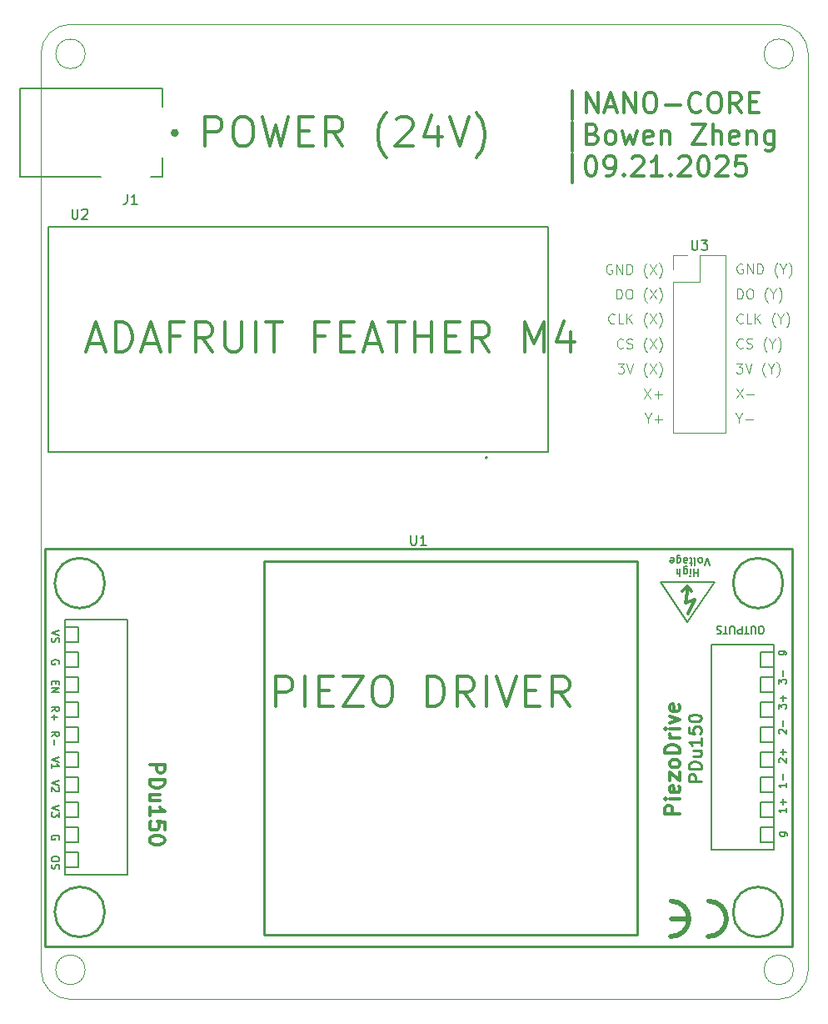
<source format=gbr>
%TF.GenerationSoftware,KiCad,Pcbnew,9.0.4*%
%TF.CreationDate,2025-09-21T19:32:39-04:00*%
%TF.ProjectId,Nanopositioner_V10,4e616e6f-706f-4736-9974-696f6e65725f,rev?*%
%TF.SameCoordinates,Original*%
%TF.FileFunction,Legend,Top*%
%TF.FilePolarity,Positive*%
%FSLAX46Y46*%
G04 Gerber Fmt 4.6, Leading zero omitted, Abs format (unit mm)*
G04 Created by KiCad (PCBNEW 9.0.4) date 2025-09-21 19:32:39*
%MOMM*%
%LPD*%
G01*
G04 APERTURE LIST*
%ADD10C,0.300000*%
%ADD11C,0.100000*%
%ADD12C,0.190500*%
%ADD13C,0.150000*%
%ADD14C,0.254000*%
%ADD15C,0.304800*%
%ADD16C,0.120000*%
%ADD17C,0.508000*%
%ADD18C,0.200000*%
%ADD19C,0.203200*%
%ADD20C,0.127000*%
%ADD21C,0.400000*%
%TA.AperFunction,Profile*%
%ADD22C,0.050000*%
%TD*%
G04 APERTURE END LIST*
D10*
X155019748Y-50616528D02*
X155019748Y-47759385D01*
X156448320Y-49949862D02*
X156448320Y-47949862D01*
X156448320Y-47949862D02*
X157591177Y-49949862D01*
X157591177Y-49949862D02*
X157591177Y-47949862D01*
X158448320Y-49378433D02*
X159400701Y-49378433D01*
X158257844Y-49949862D02*
X158924510Y-47949862D01*
X158924510Y-47949862D02*
X159591177Y-49949862D01*
X160257844Y-49949862D02*
X160257844Y-47949862D01*
X160257844Y-47949862D02*
X161400701Y-49949862D01*
X161400701Y-49949862D02*
X161400701Y-47949862D01*
X162734034Y-47949862D02*
X163114987Y-47949862D01*
X163114987Y-47949862D02*
X163305463Y-48045100D01*
X163305463Y-48045100D02*
X163495939Y-48235576D01*
X163495939Y-48235576D02*
X163591177Y-48616528D01*
X163591177Y-48616528D02*
X163591177Y-49283195D01*
X163591177Y-49283195D02*
X163495939Y-49664147D01*
X163495939Y-49664147D02*
X163305463Y-49854624D01*
X163305463Y-49854624D02*
X163114987Y-49949862D01*
X163114987Y-49949862D02*
X162734034Y-49949862D01*
X162734034Y-49949862D02*
X162543558Y-49854624D01*
X162543558Y-49854624D02*
X162353082Y-49664147D01*
X162353082Y-49664147D02*
X162257844Y-49283195D01*
X162257844Y-49283195D02*
X162257844Y-48616528D01*
X162257844Y-48616528D02*
X162353082Y-48235576D01*
X162353082Y-48235576D02*
X162543558Y-48045100D01*
X162543558Y-48045100D02*
X162734034Y-47949862D01*
X164448320Y-49187957D02*
X165972130Y-49187957D01*
X168067367Y-49759385D02*
X167972129Y-49854624D01*
X167972129Y-49854624D02*
X167686415Y-49949862D01*
X167686415Y-49949862D02*
X167495939Y-49949862D01*
X167495939Y-49949862D02*
X167210224Y-49854624D01*
X167210224Y-49854624D02*
X167019748Y-49664147D01*
X167019748Y-49664147D02*
X166924510Y-49473671D01*
X166924510Y-49473671D02*
X166829272Y-49092719D01*
X166829272Y-49092719D02*
X166829272Y-48807004D01*
X166829272Y-48807004D02*
X166924510Y-48426052D01*
X166924510Y-48426052D02*
X167019748Y-48235576D01*
X167019748Y-48235576D02*
X167210224Y-48045100D01*
X167210224Y-48045100D02*
X167495939Y-47949862D01*
X167495939Y-47949862D02*
X167686415Y-47949862D01*
X167686415Y-47949862D02*
X167972129Y-48045100D01*
X167972129Y-48045100D02*
X168067367Y-48140338D01*
X169305462Y-47949862D02*
X169686415Y-47949862D01*
X169686415Y-47949862D02*
X169876891Y-48045100D01*
X169876891Y-48045100D02*
X170067367Y-48235576D01*
X170067367Y-48235576D02*
X170162605Y-48616528D01*
X170162605Y-48616528D02*
X170162605Y-49283195D01*
X170162605Y-49283195D02*
X170067367Y-49664147D01*
X170067367Y-49664147D02*
X169876891Y-49854624D01*
X169876891Y-49854624D02*
X169686415Y-49949862D01*
X169686415Y-49949862D02*
X169305462Y-49949862D01*
X169305462Y-49949862D02*
X169114986Y-49854624D01*
X169114986Y-49854624D02*
X168924510Y-49664147D01*
X168924510Y-49664147D02*
X168829272Y-49283195D01*
X168829272Y-49283195D02*
X168829272Y-48616528D01*
X168829272Y-48616528D02*
X168924510Y-48235576D01*
X168924510Y-48235576D02*
X169114986Y-48045100D01*
X169114986Y-48045100D02*
X169305462Y-47949862D01*
X172162605Y-49949862D02*
X171495938Y-48997481D01*
X171019748Y-49949862D02*
X171019748Y-47949862D01*
X171019748Y-47949862D02*
X171781653Y-47949862D01*
X171781653Y-47949862D02*
X171972129Y-48045100D01*
X171972129Y-48045100D02*
X172067367Y-48140338D01*
X172067367Y-48140338D02*
X172162605Y-48330814D01*
X172162605Y-48330814D02*
X172162605Y-48616528D01*
X172162605Y-48616528D02*
X172067367Y-48807004D01*
X172067367Y-48807004D02*
X171972129Y-48902243D01*
X171972129Y-48902243D02*
X171781653Y-48997481D01*
X171781653Y-48997481D02*
X171019748Y-48997481D01*
X173019748Y-48902243D02*
X173686415Y-48902243D01*
X173972129Y-49949862D02*
X173019748Y-49949862D01*
X173019748Y-49949862D02*
X173019748Y-47949862D01*
X173019748Y-47949862D02*
X173972129Y-47949862D01*
X155019748Y-53836416D02*
X155019748Y-50979273D01*
X157114987Y-52122131D02*
X157400701Y-52217369D01*
X157400701Y-52217369D02*
X157495939Y-52312607D01*
X157495939Y-52312607D02*
X157591177Y-52503083D01*
X157591177Y-52503083D02*
X157591177Y-52788797D01*
X157591177Y-52788797D02*
X157495939Y-52979273D01*
X157495939Y-52979273D02*
X157400701Y-53074512D01*
X157400701Y-53074512D02*
X157210225Y-53169750D01*
X157210225Y-53169750D02*
X156448320Y-53169750D01*
X156448320Y-53169750D02*
X156448320Y-51169750D01*
X156448320Y-51169750D02*
X157114987Y-51169750D01*
X157114987Y-51169750D02*
X157305463Y-51264988D01*
X157305463Y-51264988D02*
X157400701Y-51360226D01*
X157400701Y-51360226D02*
X157495939Y-51550702D01*
X157495939Y-51550702D02*
X157495939Y-51741178D01*
X157495939Y-51741178D02*
X157400701Y-51931654D01*
X157400701Y-51931654D02*
X157305463Y-52026892D01*
X157305463Y-52026892D02*
X157114987Y-52122131D01*
X157114987Y-52122131D02*
X156448320Y-52122131D01*
X158734034Y-53169750D02*
X158543558Y-53074512D01*
X158543558Y-53074512D02*
X158448320Y-52979273D01*
X158448320Y-52979273D02*
X158353082Y-52788797D01*
X158353082Y-52788797D02*
X158353082Y-52217369D01*
X158353082Y-52217369D02*
X158448320Y-52026892D01*
X158448320Y-52026892D02*
X158543558Y-51931654D01*
X158543558Y-51931654D02*
X158734034Y-51836416D01*
X158734034Y-51836416D02*
X159019749Y-51836416D01*
X159019749Y-51836416D02*
X159210225Y-51931654D01*
X159210225Y-51931654D02*
X159305463Y-52026892D01*
X159305463Y-52026892D02*
X159400701Y-52217369D01*
X159400701Y-52217369D02*
X159400701Y-52788797D01*
X159400701Y-52788797D02*
X159305463Y-52979273D01*
X159305463Y-52979273D02*
X159210225Y-53074512D01*
X159210225Y-53074512D02*
X159019749Y-53169750D01*
X159019749Y-53169750D02*
X158734034Y-53169750D01*
X160067368Y-51836416D02*
X160448320Y-53169750D01*
X160448320Y-53169750D02*
X160829273Y-52217369D01*
X160829273Y-52217369D02*
X161210225Y-53169750D01*
X161210225Y-53169750D02*
X161591177Y-51836416D01*
X163114987Y-53074512D02*
X162924511Y-53169750D01*
X162924511Y-53169750D02*
X162543558Y-53169750D01*
X162543558Y-53169750D02*
X162353082Y-53074512D01*
X162353082Y-53074512D02*
X162257844Y-52884035D01*
X162257844Y-52884035D02*
X162257844Y-52122131D01*
X162257844Y-52122131D02*
X162353082Y-51931654D01*
X162353082Y-51931654D02*
X162543558Y-51836416D01*
X162543558Y-51836416D02*
X162924511Y-51836416D01*
X162924511Y-51836416D02*
X163114987Y-51931654D01*
X163114987Y-51931654D02*
X163210225Y-52122131D01*
X163210225Y-52122131D02*
X163210225Y-52312607D01*
X163210225Y-52312607D02*
X162257844Y-52503083D01*
X164067368Y-51836416D02*
X164067368Y-53169750D01*
X164067368Y-52026892D02*
X164162606Y-51931654D01*
X164162606Y-51931654D02*
X164353082Y-51836416D01*
X164353082Y-51836416D02*
X164638797Y-51836416D01*
X164638797Y-51836416D02*
X164829273Y-51931654D01*
X164829273Y-51931654D02*
X164924511Y-52122131D01*
X164924511Y-52122131D02*
X164924511Y-53169750D01*
X167210226Y-51169750D02*
X168543559Y-51169750D01*
X168543559Y-51169750D02*
X167210226Y-53169750D01*
X167210226Y-53169750D02*
X168543559Y-53169750D01*
X169305464Y-53169750D02*
X169305464Y-51169750D01*
X170162607Y-53169750D02*
X170162607Y-52122131D01*
X170162607Y-52122131D02*
X170067369Y-51931654D01*
X170067369Y-51931654D02*
X169876893Y-51836416D01*
X169876893Y-51836416D02*
X169591178Y-51836416D01*
X169591178Y-51836416D02*
X169400702Y-51931654D01*
X169400702Y-51931654D02*
X169305464Y-52026892D01*
X171876893Y-53074512D02*
X171686417Y-53169750D01*
X171686417Y-53169750D02*
X171305464Y-53169750D01*
X171305464Y-53169750D02*
X171114988Y-53074512D01*
X171114988Y-53074512D02*
X171019750Y-52884035D01*
X171019750Y-52884035D02*
X171019750Y-52122131D01*
X171019750Y-52122131D02*
X171114988Y-51931654D01*
X171114988Y-51931654D02*
X171305464Y-51836416D01*
X171305464Y-51836416D02*
X171686417Y-51836416D01*
X171686417Y-51836416D02*
X171876893Y-51931654D01*
X171876893Y-51931654D02*
X171972131Y-52122131D01*
X171972131Y-52122131D02*
X171972131Y-52312607D01*
X171972131Y-52312607D02*
X171019750Y-52503083D01*
X172829274Y-51836416D02*
X172829274Y-53169750D01*
X172829274Y-52026892D02*
X172924512Y-51931654D01*
X172924512Y-51931654D02*
X173114988Y-51836416D01*
X173114988Y-51836416D02*
X173400703Y-51836416D01*
X173400703Y-51836416D02*
X173591179Y-51931654D01*
X173591179Y-51931654D02*
X173686417Y-52122131D01*
X173686417Y-52122131D02*
X173686417Y-53169750D01*
X175495941Y-51836416D02*
X175495941Y-53455464D01*
X175495941Y-53455464D02*
X175400703Y-53645940D01*
X175400703Y-53645940D02*
X175305465Y-53741178D01*
X175305465Y-53741178D02*
X175114988Y-53836416D01*
X175114988Y-53836416D02*
X174829274Y-53836416D01*
X174829274Y-53836416D02*
X174638798Y-53741178D01*
X175495941Y-53074512D02*
X175305465Y-53169750D01*
X175305465Y-53169750D02*
X174924512Y-53169750D01*
X174924512Y-53169750D02*
X174734036Y-53074512D01*
X174734036Y-53074512D02*
X174638798Y-52979273D01*
X174638798Y-52979273D02*
X174543560Y-52788797D01*
X174543560Y-52788797D02*
X174543560Y-52217369D01*
X174543560Y-52217369D02*
X174638798Y-52026892D01*
X174638798Y-52026892D02*
X174734036Y-51931654D01*
X174734036Y-51931654D02*
X174924512Y-51836416D01*
X174924512Y-51836416D02*
X175305465Y-51836416D01*
X175305465Y-51836416D02*
X175495941Y-51931654D01*
X155019748Y-57056304D02*
X155019748Y-54199161D01*
X156829272Y-54389638D02*
X157019749Y-54389638D01*
X157019749Y-54389638D02*
X157210225Y-54484876D01*
X157210225Y-54484876D02*
X157305463Y-54580114D01*
X157305463Y-54580114D02*
X157400701Y-54770590D01*
X157400701Y-54770590D02*
X157495939Y-55151542D01*
X157495939Y-55151542D02*
X157495939Y-55627733D01*
X157495939Y-55627733D02*
X157400701Y-56008685D01*
X157400701Y-56008685D02*
X157305463Y-56199161D01*
X157305463Y-56199161D02*
X157210225Y-56294400D01*
X157210225Y-56294400D02*
X157019749Y-56389638D01*
X157019749Y-56389638D02*
X156829272Y-56389638D01*
X156829272Y-56389638D02*
X156638796Y-56294400D01*
X156638796Y-56294400D02*
X156543558Y-56199161D01*
X156543558Y-56199161D02*
X156448320Y-56008685D01*
X156448320Y-56008685D02*
X156353082Y-55627733D01*
X156353082Y-55627733D02*
X156353082Y-55151542D01*
X156353082Y-55151542D02*
X156448320Y-54770590D01*
X156448320Y-54770590D02*
X156543558Y-54580114D01*
X156543558Y-54580114D02*
X156638796Y-54484876D01*
X156638796Y-54484876D02*
X156829272Y-54389638D01*
X158448320Y-56389638D02*
X158829272Y-56389638D01*
X158829272Y-56389638D02*
X159019749Y-56294400D01*
X159019749Y-56294400D02*
X159114987Y-56199161D01*
X159114987Y-56199161D02*
X159305463Y-55913447D01*
X159305463Y-55913447D02*
X159400701Y-55532495D01*
X159400701Y-55532495D02*
X159400701Y-54770590D01*
X159400701Y-54770590D02*
X159305463Y-54580114D01*
X159305463Y-54580114D02*
X159210225Y-54484876D01*
X159210225Y-54484876D02*
X159019749Y-54389638D01*
X159019749Y-54389638D02*
X158638796Y-54389638D01*
X158638796Y-54389638D02*
X158448320Y-54484876D01*
X158448320Y-54484876D02*
X158353082Y-54580114D01*
X158353082Y-54580114D02*
X158257844Y-54770590D01*
X158257844Y-54770590D02*
X158257844Y-55246780D01*
X158257844Y-55246780D02*
X158353082Y-55437257D01*
X158353082Y-55437257D02*
X158448320Y-55532495D01*
X158448320Y-55532495D02*
X158638796Y-55627733D01*
X158638796Y-55627733D02*
X159019749Y-55627733D01*
X159019749Y-55627733D02*
X159210225Y-55532495D01*
X159210225Y-55532495D02*
X159305463Y-55437257D01*
X159305463Y-55437257D02*
X159400701Y-55246780D01*
X160257844Y-56199161D02*
X160353082Y-56294400D01*
X160353082Y-56294400D02*
X160257844Y-56389638D01*
X160257844Y-56389638D02*
X160162606Y-56294400D01*
X160162606Y-56294400D02*
X160257844Y-56199161D01*
X160257844Y-56199161D02*
X160257844Y-56389638D01*
X161114987Y-54580114D02*
X161210225Y-54484876D01*
X161210225Y-54484876D02*
X161400701Y-54389638D01*
X161400701Y-54389638D02*
X161876892Y-54389638D01*
X161876892Y-54389638D02*
X162067368Y-54484876D01*
X162067368Y-54484876D02*
X162162606Y-54580114D01*
X162162606Y-54580114D02*
X162257844Y-54770590D01*
X162257844Y-54770590D02*
X162257844Y-54961066D01*
X162257844Y-54961066D02*
X162162606Y-55246780D01*
X162162606Y-55246780D02*
X161019749Y-56389638D01*
X161019749Y-56389638D02*
X162257844Y-56389638D01*
X164162606Y-56389638D02*
X163019749Y-56389638D01*
X163591177Y-56389638D02*
X163591177Y-54389638D01*
X163591177Y-54389638D02*
X163400701Y-54675352D01*
X163400701Y-54675352D02*
X163210225Y-54865828D01*
X163210225Y-54865828D02*
X163019749Y-54961066D01*
X165019749Y-56199161D02*
X165114987Y-56294400D01*
X165114987Y-56294400D02*
X165019749Y-56389638D01*
X165019749Y-56389638D02*
X164924511Y-56294400D01*
X164924511Y-56294400D02*
X165019749Y-56199161D01*
X165019749Y-56199161D02*
X165019749Y-56389638D01*
X165876892Y-54580114D02*
X165972130Y-54484876D01*
X165972130Y-54484876D02*
X166162606Y-54389638D01*
X166162606Y-54389638D02*
X166638797Y-54389638D01*
X166638797Y-54389638D02*
X166829273Y-54484876D01*
X166829273Y-54484876D02*
X166924511Y-54580114D01*
X166924511Y-54580114D02*
X167019749Y-54770590D01*
X167019749Y-54770590D02*
X167019749Y-54961066D01*
X167019749Y-54961066D02*
X166924511Y-55246780D01*
X166924511Y-55246780D02*
X165781654Y-56389638D01*
X165781654Y-56389638D02*
X167019749Y-56389638D01*
X168257844Y-54389638D02*
X168448321Y-54389638D01*
X168448321Y-54389638D02*
X168638797Y-54484876D01*
X168638797Y-54484876D02*
X168734035Y-54580114D01*
X168734035Y-54580114D02*
X168829273Y-54770590D01*
X168829273Y-54770590D02*
X168924511Y-55151542D01*
X168924511Y-55151542D02*
X168924511Y-55627733D01*
X168924511Y-55627733D02*
X168829273Y-56008685D01*
X168829273Y-56008685D02*
X168734035Y-56199161D01*
X168734035Y-56199161D02*
X168638797Y-56294400D01*
X168638797Y-56294400D02*
X168448321Y-56389638D01*
X168448321Y-56389638D02*
X168257844Y-56389638D01*
X168257844Y-56389638D02*
X168067368Y-56294400D01*
X168067368Y-56294400D02*
X167972130Y-56199161D01*
X167972130Y-56199161D02*
X167876892Y-56008685D01*
X167876892Y-56008685D02*
X167781654Y-55627733D01*
X167781654Y-55627733D02*
X167781654Y-55151542D01*
X167781654Y-55151542D02*
X167876892Y-54770590D01*
X167876892Y-54770590D02*
X167972130Y-54580114D01*
X167972130Y-54580114D02*
X168067368Y-54484876D01*
X168067368Y-54484876D02*
X168257844Y-54389638D01*
X169686416Y-54580114D02*
X169781654Y-54484876D01*
X169781654Y-54484876D02*
X169972130Y-54389638D01*
X169972130Y-54389638D02*
X170448321Y-54389638D01*
X170448321Y-54389638D02*
X170638797Y-54484876D01*
X170638797Y-54484876D02*
X170734035Y-54580114D01*
X170734035Y-54580114D02*
X170829273Y-54770590D01*
X170829273Y-54770590D02*
X170829273Y-54961066D01*
X170829273Y-54961066D02*
X170734035Y-55246780D01*
X170734035Y-55246780D02*
X169591178Y-56389638D01*
X169591178Y-56389638D02*
X170829273Y-56389638D01*
X172638797Y-54389638D02*
X171686416Y-54389638D01*
X171686416Y-54389638D02*
X171591178Y-55342019D01*
X171591178Y-55342019D02*
X171686416Y-55246780D01*
X171686416Y-55246780D02*
X171876892Y-55151542D01*
X171876892Y-55151542D02*
X172353083Y-55151542D01*
X172353083Y-55151542D02*
X172543559Y-55246780D01*
X172543559Y-55246780D02*
X172638797Y-55342019D01*
X172638797Y-55342019D02*
X172734035Y-55532495D01*
X172734035Y-55532495D02*
X172734035Y-56008685D01*
X172734035Y-56008685D02*
X172638797Y-56199161D01*
X172638797Y-56199161D02*
X172543559Y-56294400D01*
X172543559Y-56294400D02*
X172353083Y-56389638D01*
X172353083Y-56389638D02*
X171876892Y-56389638D01*
X171876892Y-56389638D02*
X171686416Y-56294400D01*
X171686416Y-56294400D02*
X171591178Y-56199161D01*
X117681653Y-53377257D02*
X117681653Y-50377257D01*
X117681653Y-50377257D02*
X118824510Y-50377257D01*
X118824510Y-50377257D02*
X119110225Y-50520114D01*
X119110225Y-50520114D02*
X119253082Y-50662971D01*
X119253082Y-50662971D02*
X119395939Y-50948685D01*
X119395939Y-50948685D02*
X119395939Y-51377257D01*
X119395939Y-51377257D02*
X119253082Y-51662971D01*
X119253082Y-51662971D02*
X119110225Y-51805828D01*
X119110225Y-51805828D02*
X118824510Y-51948685D01*
X118824510Y-51948685D02*
X117681653Y-51948685D01*
X121253082Y-50377257D02*
X121824510Y-50377257D01*
X121824510Y-50377257D02*
X122110225Y-50520114D01*
X122110225Y-50520114D02*
X122395939Y-50805828D01*
X122395939Y-50805828D02*
X122538796Y-51377257D01*
X122538796Y-51377257D02*
X122538796Y-52377257D01*
X122538796Y-52377257D02*
X122395939Y-52948685D01*
X122395939Y-52948685D02*
X122110225Y-53234400D01*
X122110225Y-53234400D02*
X121824510Y-53377257D01*
X121824510Y-53377257D02*
X121253082Y-53377257D01*
X121253082Y-53377257D02*
X120967368Y-53234400D01*
X120967368Y-53234400D02*
X120681653Y-52948685D01*
X120681653Y-52948685D02*
X120538796Y-52377257D01*
X120538796Y-52377257D02*
X120538796Y-51377257D01*
X120538796Y-51377257D02*
X120681653Y-50805828D01*
X120681653Y-50805828D02*
X120967368Y-50520114D01*
X120967368Y-50520114D02*
X121253082Y-50377257D01*
X123538796Y-50377257D02*
X124253082Y-53377257D01*
X124253082Y-53377257D02*
X124824510Y-51234400D01*
X124824510Y-51234400D02*
X125395939Y-53377257D01*
X125395939Y-53377257D02*
X126110225Y-50377257D01*
X127253081Y-51805828D02*
X128253081Y-51805828D01*
X128681653Y-53377257D02*
X127253081Y-53377257D01*
X127253081Y-53377257D02*
X127253081Y-50377257D01*
X127253081Y-50377257D02*
X128681653Y-50377257D01*
X131681653Y-53377257D02*
X130681653Y-51948685D01*
X129967367Y-53377257D02*
X129967367Y-50377257D01*
X129967367Y-50377257D02*
X131110224Y-50377257D01*
X131110224Y-50377257D02*
X131395939Y-50520114D01*
X131395939Y-50520114D02*
X131538796Y-50662971D01*
X131538796Y-50662971D02*
X131681653Y-50948685D01*
X131681653Y-50948685D02*
X131681653Y-51377257D01*
X131681653Y-51377257D02*
X131538796Y-51662971D01*
X131538796Y-51662971D02*
X131395939Y-51805828D01*
X131395939Y-51805828D02*
X131110224Y-51948685D01*
X131110224Y-51948685D02*
X129967367Y-51948685D01*
X136110224Y-54520114D02*
X135967367Y-54377257D01*
X135967367Y-54377257D02*
X135681653Y-53948685D01*
X135681653Y-53948685D02*
X135538796Y-53662971D01*
X135538796Y-53662971D02*
X135395938Y-53234400D01*
X135395938Y-53234400D02*
X135253081Y-52520114D01*
X135253081Y-52520114D02*
X135253081Y-51948685D01*
X135253081Y-51948685D02*
X135395938Y-51234400D01*
X135395938Y-51234400D02*
X135538796Y-50805828D01*
X135538796Y-50805828D02*
X135681653Y-50520114D01*
X135681653Y-50520114D02*
X135967367Y-50091542D01*
X135967367Y-50091542D02*
X136110224Y-49948685D01*
X137110224Y-50662971D02*
X137253081Y-50520114D01*
X137253081Y-50520114D02*
X137538796Y-50377257D01*
X137538796Y-50377257D02*
X138253081Y-50377257D01*
X138253081Y-50377257D02*
X138538796Y-50520114D01*
X138538796Y-50520114D02*
X138681653Y-50662971D01*
X138681653Y-50662971D02*
X138824510Y-50948685D01*
X138824510Y-50948685D02*
X138824510Y-51234400D01*
X138824510Y-51234400D02*
X138681653Y-51662971D01*
X138681653Y-51662971D02*
X136967367Y-53377257D01*
X136967367Y-53377257D02*
X138824510Y-53377257D01*
X141395939Y-51377257D02*
X141395939Y-53377257D01*
X140681653Y-50234400D02*
X139967367Y-52377257D01*
X139967367Y-52377257D02*
X141824510Y-52377257D01*
X142538796Y-50377257D02*
X143538796Y-53377257D01*
X143538796Y-53377257D02*
X144538796Y-50377257D01*
X145253082Y-54520114D02*
X145395939Y-54377257D01*
X145395939Y-54377257D02*
X145681653Y-53948685D01*
X145681653Y-53948685D02*
X145824511Y-53662971D01*
X145824511Y-53662971D02*
X145967368Y-53234400D01*
X145967368Y-53234400D02*
X146110225Y-52520114D01*
X146110225Y-52520114D02*
X146110225Y-51948685D01*
X146110225Y-51948685D02*
X145967368Y-51234400D01*
X145967368Y-51234400D02*
X145824511Y-50805828D01*
X145824511Y-50805828D02*
X145681653Y-50520114D01*
X145681653Y-50520114D02*
X145395939Y-50091542D01*
X145395939Y-50091542D02*
X145253082Y-49948685D01*
D11*
X159493884Y-68874086D02*
X159493884Y-67874086D01*
X159493884Y-67874086D02*
X159731979Y-67874086D01*
X159731979Y-67874086D02*
X159874836Y-67921705D01*
X159874836Y-67921705D02*
X159970074Y-68016943D01*
X159970074Y-68016943D02*
X160017693Y-68112181D01*
X160017693Y-68112181D02*
X160065312Y-68302657D01*
X160065312Y-68302657D02*
X160065312Y-68445514D01*
X160065312Y-68445514D02*
X160017693Y-68635990D01*
X160017693Y-68635990D02*
X159970074Y-68731228D01*
X159970074Y-68731228D02*
X159874836Y-68826467D01*
X159874836Y-68826467D02*
X159731979Y-68874086D01*
X159731979Y-68874086D02*
X159493884Y-68874086D01*
X160684360Y-67874086D02*
X160874836Y-67874086D01*
X160874836Y-67874086D02*
X160970074Y-67921705D01*
X160970074Y-67921705D02*
X161065312Y-68016943D01*
X161065312Y-68016943D02*
X161112931Y-68207419D01*
X161112931Y-68207419D02*
X161112931Y-68540752D01*
X161112931Y-68540752D02*
X161065312Y-68731228D01*
X161065312Y-68731228D02*
X160970074Y-68826467D01*
X160970074Y-68826467D02*
X160874836Y-68874086D01*
X160874836Y-68874086D02*
X160684360Y-68874086D01*
X160684360Y-68874086D02*
X160589122Y-68826467D01*
X160589122Y-68826467D02*
X160493884Y-68731228D01*
X160493884Y-68731228D02*
X160446265Y-68540752D01*
X160446265Y-68540752D02*
X160446265Y-68207419D01*
X160446265Y-68207419D02*
X160493884Y-68016943D01*
X160493884Y-68016943D02*
X160589122Y-67921705D01*
X160589122Y-67921705D02*
X160684360Y-67874086D01*
X162589122Y-69255038D02*
X162541503Y-69207419D01*
X162541503Y-69207419D02*
X162446265Y-69064562D01*
X162446265Y-69064562D02*
X162398646Y-68969324D01*
X162398646Y-68969324D02*
X162351027Y-68826467D01*
X162351027Y-68826467D02*
X162303408Y-68588371D01*
X162303408Y-68588371D02*
X162303408Y-68397895D01*
X162303408Y-68397895D02*
X162351027Y-68159800D01*
X162351027Y-68159800D02*
X162398646Y-68016943D01*
X162398646Y-68016943D02*
X162446265Y-67921705D01*
X162446265Y-67921705D02*
X162541503Y-67778847D01*
X162541503Y-67778847D02*
X162589122Y-67731228D01*
X162874837Y-67874086D02*
X163541503Y-68874086D01*
X163541503Y-67874086D02*
X162874837Y-68874086D01*
X163827218Y-69255038D02*
X163874837Y-69207419D01*
X163874837Y-69207419D02*
X163970075Y-69064562D01*
X163970075Y-69064562D02*
X164017694Y-68969324D01*
X164017694Y-68969324D02*
X164065313Y-68826467D01*
X164065313Y-68826467D02*
X164112932Y-68588371D01*
X164112932Y-68588371D02*
X164112932Y-68397895D01*
X164112932Y-68397895D02*
X164065313Y-68159800D01*
X164065313Y-68159800D02*
X164017694Y-68016943D01*
X164017694Y-68016943D02*
X163970075Y-67921705D01*
X163970075Y-67921705D02*
X163874837Y-67778847D01*
X163874837Y-67778847D02*
X163827218Y-67731228D01*
X159303407Y-71300513D02*
X159255788Y-71348133D01*
X159255788Y-71348133D02*
X159112931Y-71395752D01*
X159112931Y-71395752D02*
X159017693Y-71395752D01*
X159017693Y-71395752D02*
X158874836Y-71348133D01*
X158874836Y-71348133D02*
X158779598Y-71252894D01*
X158779598Y-71252894D02*
X158731979Y-71157656D01*
X158731979Y-71157656D02*
X158684360Y-70967180D01*
X158684360Y-70967180D02*
X158684360Y-70824323D01*
X158684360Y-70824323D02*
X158731979Y-70633847D01*
X158731979Y-70633847D02*
X158779598Y-70538609D01*
X158779598Y-70538609D02*
X158874836Y-70443371D01*
X158874836Y-70443371D02*
X159017693Y-70395752D01*
X159017693Y-70395752D02*
X159112931Y-70395752D01*
X159112931Y-70395752D02*
X159255788Y-70443371D01*
X159255788Y-70443371D02*
X159303407Y-70490990D01*
X160208169Y-71395752D02*
X159731979Y-71395752D01*
X159731979Y-71395752D02*
X159731979Y-70395752D01*
X160541503Y-71395752D02*
X160541503Y-70395752D01*
X161112931Y-71395752D02*
X160684360Y-70824323D01*
X161112931Y-70395752D02*
X160541503Y-70967180D01*
X162589122Y-71776704D02*
X162541503Y-71729085D01*
X162541503Y-71729085D02*
X162446265Y-71586228D01*
X162446265Y-71586228D02*
X162398646Y-71490990D01*
X162398646Y-71490990D02*
X162351027Y-71348133D01*
X162351027Y-71348133D02*
X162303408Y-71110037D01*
X162303408Y-71110037D02*
X162303408Y-70919561D01*
X162303408Y-70919561D02*
X162351027Y-70681466D01*
X162351027Y-70681466D02*
X162398646Y-70538609D01*
X162398646Y-70538609D02*
X162446265Y-70443371D01*
X162446265Y-70443371D02*
X162541503Y-70300513D01*
X162541503Y-70300513D02*
X162589122Y-70252894D01*
X162874837Y-70395752D02*
X163541503Y-71395752D01*
X163541503Y-70395752D02*
X162874837Y-71395752D01*
X163827218Y-71776704D02*
X163874837Y-71729085D01*
X163874837Y-71729085D02*
X163970075Y-71586228D01*
X163970075Y-71586228D02*
X164017694Y-71490990D01*
X164017694Y-71490990D02*
X164065313Y-71348133D01*
X164065313Y-71348133D02*
X164112932Y-71110037D01*
X164112932Y-71110037D02*
X164112932Y-70919561D01*
X164112932Y-70919561D02*
X164065313Y-70681466D01*
X164065313Y-70681466D02*
X164017694Y-70538609D01*
X164017694Y-70538609D02*
X163970075Y-70443371D01*
X163970075Y-70443371D02*
X163874837Y-70300513D01*
X163874837Y-70300513D02*
X163827218Y-70252894D01*
X160160550Y-73822180D02*
X160112931Y-73869800D01*
X160112931Y-73869800D02*
X159970074Y-73917419D01*
X159970074Y-73917419D02*
X159874836Y-73917419D01*
X159874836Y-73917419D02*
X159731979Y-73869800D01*
X159731979Y-73869800D02*
X159636741Y-73774561D01*
X159636741Y-73774561D02*
X159589122Y-73679323D01*
X159589122Y-73679323D02*
X159541503Y-73488847D01*
X159541503Y-73488847D02*
X159541503Y-73345990D01*
X159541503Y-73345990D02*
X159589122Y-73155514D01*
X159589122Y-73155514D02*
X159636741Y-73060276D01*
X159636741Y-73060276D02*
X159731979Y-72965038D01*
X159731979Y-72965038D02*
X159874836Y-72917419D01*
X159874836Y-72917419D02*
X159970074Y-72917419D01*
X159970074Y-72917419D02*
X160112931Y-72965038D01*
X160112931Y-72965038D02*
X160160550Y-73012657D01*
X160541503Y-73869800D02*
X160684360Y-73917419D01*
X160684360Y-73917419D02*
X160922455Y-73917419D01*
X160922455Y-73917419D02*
X161017693Y-73869800D01*
X161017693Y-73869800D02*
X161065312Y-73822180D01*
X161065312Y-73822180D02*
X161112931Y-73726942D01*
X161112931Y-73726942D02*
X161112931Y-73631704D01*
X161112931Y-73631704D02*
X161065312Y-73536466D01*
X161065312Y-73536466D02*
X161017693Y-73488847D01*
X161017693Y-73488847D02*
X160922455Y-73441228D01*
X160922455Y-73441228D02*
X160731979Y-73393609D01*
X160731979Y-73393609D02*
X160636741Y-73345990D01*
X160636741Y-73345990D02*
X160589122Y-73298371D01*
X160589122Y-73298371D02*
X160541503Y-73203133D01*
X160541503Y-73203133D02*
X160541503Y-73107895D01*
X160541503Y-73107895D02*
X160589122Y-73012657D01*
X160589122Y-73012657D02*
X160636741Y-72965038D01*
X160636741Y-72965038D02*
X160731979Y-72917419D01*
X160731979Y-72917419D02*
X160970074Y-72917419D01*
X160970074Y-72917419D02*
X161112931Y-72965038D01*
X162589122Y-74298371D02*
X162541503Y-74250752D01*
X162541503Y-74250752D02*
X162446265Y-74107895D01*
X162446265Y-74107895D02*
X162398646Y-74012657D01*
X162398646Y-74012657D02*
X162351027Y-73869800D01*
X162351027Y-73869800D02*
X162303408Y-73631704D01*
X162303408Y-73631704D02*
X162303408Y-73441228D01*
X162303408Y-73441228D02*
X162351027Y-73203133D01*
X162351027Y-73203133D02*
X162398646Y-73060276D01*
X162398646Y-73060276D02*
X162446265Y-72965038D01*
X162446265Y-72965038D02*
X162541503Y-72822180D01*
X162541503Y-72822180D02*
X162589122Y-72774561D01*
X162874837Y-72917419D02*
X163541503Y-73917419D01*
X163541503Y-72917419D02*
X162874837Y-73917419D01*
X163827218Y-74298371D02*
X163874837Y-74250752D01*
X163874837Y-74250752D02*
X163970075Y-74107895D01*
X163970075Y-74107895D02*
X164017694Y-74012657D01*
X164017694Y-74012657D02*
X164065313Y-73869800D01*
X164065313Y-73869800D02*
X164112932Y-73631704D01*
X164112932Y-73631704D02*
X164112932Y-73441228D01*
X164112932Y-73441228D02*
X164065313Y-73203133D01*
X164065313Y-73203133D02*
X164017694Y-73060276D01*
X164017694Y-73060276D02*
X163970075Y-72965038D01*
X163970075Y-72965038D02*
X163874837Y-72822180D01*
X163874837Y-72822180D02*
X163827218Y-72774561D01*
X159636741Y-75439086D02*
X160255788Y-75439086D01*
X160255788Y-75439086D02*
X159922455Y-75820038D01*
X159922455Y-75820038D02*
X160065312Y-75820038D01*
X160065312Y-75820038D02*
X160160550Y-75867657D01*
X160160550Y-75867657D02*
X160208169Y-75915276D01*
X160208169Y-75915276D02*
X160255788Y-76010514D01*
X160255788Y-76010514D02*
X160255788Y-76248609D01*
X160255788Y-76248609D02*
X160208169Y-76343847D01*
X160208169Y-76343847D02*
X160160550Y-76391467D01*
X160160550Y-76391467D02*
X160065312Y-76439086D01*
X160065312Y-76439086D02*
X159779598Y-76439086D01*
X159779598Y-76439086D02*
X159684360Y-76391467D01*
X159684360Y-76391467D02*
X159636741Y-76343847D01*
X160541503Y-75439086D02*
X160874836Y-76439086D01*
X160874836Y-76439086D02*
X161208169Y-75439086D01*
X162589122Y-76820038D02*
X162541503Y-76772419D01*
X162541503Y-76772419D02*
X162446265Y-76629562D01*
X162446265Y-76629562D02*
X162398646Y-76534324D01*
X162398646Y-76534324D02*
X162351027Y-76391467D01*
X162351027Y-76391467D02*
X162303408Y-76153371D01*
X162303408Y-76153371D02*
X162303408Y-75962895D01*
X162303408Y-75962895D02*
X162351027Y-75724800D01*
X162351027Y-75724800D02*
X162398646Y-75581943D01*
X162398646Y-75581943D02*
X162446265Y-75486705D01*
X162446265Y-75486705D02*
X162541503Y-75343847D01*
X162541503Y-75343847D02*
X162589122Y-75296228D01*
X162874837Y-75439086D02*
X163541503Y-76439086D01*
X163541503Y-75439086D02*
X162874837Y-76439086D01*
X163827218Y-76820038D02*
X163874837Y-76772419D01*
X163874837Y-76772419D02*
X163970075Y-76629562D01*
X163970075Y-76629562D02*
X164017694Y-76534324D01*
X164017694Y-76534324D02*
X164065313Y-76391467D01*
X164065313Y-76391467D02*
X164112932Y-76153371D01*
X164112932Y-76153371D02*
X164112932Y-75962895D01*
X164112932Y-75962895D02*
X164065313Y-75724800D01*
X164065313Y-75724800D02*
X164017694Y-75581943D01*
X164017694Y-75581943D02*
X163970075Y-75486705D01*
X163970075Y-75486705D02*
X163874837Y-75343847D01*
X163874837Y-75343847D02*
X163827218Y-75296228D01*
X162303409Y-77960752D02*
X162970075Y-78960752D01*
X162970075Y-77960752D02*
X162303409Y-78960752D01*
X163351028Y-78579799D02*
X164112933Y-78579799D01*
X163731980Y-78960752D02*
X163731980Y-78198847D01*
X162684361Y-81006228D02*
X162684361Y-81482419D01*
X162351028Y-80482419D02*
X162684361Y-81006228D01*
X162684361Y-81006228D02*
X163017694Y-80482419D01*
X163351028Y-81101466D02*
X164112933Y-81101466D01*
X163731980Y-81482419D02*
X163731980Y-80720514D01*
X171773884Y-68847419D02*
X171773884Y-67847419D01*
X171773884Y-67847419D02*
X172011979Y-67847419D01*
X172011979Y-67847419D02*
X172154836Y-67895038D01*
X172154836Y-67895038D02*
X172250074Y-67990276D01*
X172250074Y-67990276D02*
X172297693Y-68085514D01*
X172297693Y-68085514D02*
X172345312Y-68275990D01*
X172345312Y-68275990D02*
X172345312Y-68418847D01*
X172345312Y-68418847D02*
X172297693Y-68609323D01*
X172297693Y-68609323D02*
X172250074Y-68704561D01*
X172250074Y-68704561D02*
X172154836Y-68799800D01*
X172154836Y-68799800D02*
X172011979Y-68847419D01*
X172011979Y-68847419D02*
X171773884Y-68847419D01*
X172964360Y-67847419D02*
X173154836Y-67847419D01*
X173154836Y-67847419D02*
X173250074Y-67895038D01*
X173250074Y-67895038D02*
X173345312Y-67990276D01*
X173345312Y-67990276D02*
X173392931Y-68180752D01*
X173392931Y-68180752D02*
X173392931Y-68514085D01*
X173392931Y-68514085D02*
X173345312Y-68704561D01*
X173345312Y-68704561D02*
X173250074Y-68799800D01*
X173250074Y-68799800D02*
X173154836Y-68847419D01*
X173154836Y-68847419D02*
X172964360Y-68847419D01*
X172964360Y-68847419D02*
X172869122Y-68799800D01*
X172869122Y-68799800D02*
X172773884Y-68704561D01*
X172773884Y-68704561D02*
X172726265Y-68514085D01*
X172726265Y-68514085D02*
X172726265Y-68180752D01*
X172726265Y-68180752D02*
X172773884Y-67990276D01*
X172773884Y-67990276D02*
X172869122Y-67895038D01*
X172869122Y-67895038D02*
X172964360Y-67847419D01*
X174869122Y-69228371D02*
X174821503Y-69180752D01*
X174821503Y-69180752D02*
X174726265Y-69037895D01*
X174726265Y-69037895D02*
X174678646Y-68942657D01*
X174678646Y-68942657D02*
X174631027Y-68799800D01*
X174631027Y-68799800D02*
X174583408Y-68561704D01*
X174583408Y-68561704D02*
X174583408Y-68371228D01*
X174583408Y-68371228D02*
X174631027Y-68133133D01*
X174631027Y-68133133D02*
X174678646Y-67990276D01*
X174678646Y-67990276D02*
X174726265Y-67895038D01*
X174726265Y-67895038D02*
X174821503Y-67752180D01*
X174821503Y-67752180D02*
X174869122Y-67704561D01*
X175440551Y-68371228D02*
X175440551Y-68847419D01*
X175107218Y-67847419D02*
X175440551Y-68371228D01*
X175440551Y-68371228D02*
X175773884Y-67847419D01*
X176011980Y-69228371D02*
X176059599Y-69180752D01*
X176059599Y-69180752D02*
X176154837Y-69037895D01*
X176154837Y-69037895D02*
X176202456Y-68942657D01*
X176202456Y-68942657D02*
X176250075Y-68799800D01*
X176250075Y-68799800D02*
X176297694Y-68561704D01*
X176297694Y-68561704D02*
X176297694Y-68371228D01*
X176297694Y-68371228D02*
X176250075Y-68133133D01*
X176250075Y-68133133D02*
X176202456Y-67990276D01*
X176202456Y-67990276D02*
X176154837Y-67895038D01*
X176154837Y-67895038D02*
X176059599Y-67752180D01*
X176059599Y-67752180D02*
X176011980Y-67704561D01*
X171678646Y-75422419D02*
X172297693Y-75422419D01*
X172297693Y-75422419D02*
X171964360Y-75803371D01*
X171964360Y-75803371D02*
X172107217Y-75803371D01*
X172107217Y-75803371D02*
X172202455Y-75850990D01*
X172202455Y-75850990D02*
X172250074Y-75898609D01*
X172250074Y-75898609D02*
X172297693Y-75993847D01*
X172297693Y-75993847D02*
X172297693Y-76231942D01*
X172297693Y-76231942D02*
X172250074Y-76327180D01*
X172250074Y-76327180D02*
X172202455Y-76374800D01*
X172202455Y-76374800D02*
X172107217Y-76422419D01*
X172107217Y-76422419D02*
X171821503Y-76422419D01*
X171821503Y-76422419D02*
X171726265Y-76374800D01*
X171726265Y-76374800D02*
X171678646Y-76327180D01*
X172583408Y-75422419D02*
X172916741Y-76422419D01*
X172916741Y-76422419D02*
X173250074Y-75422419D01*
X174631027Y-76803371D02*
X174583408Y-76755752D01*
X174583408Y-76755752D02*
X174488170Y-76612895D01*
X174488170Y-76612895D02*
X174440551Y-76517657D01*
X174440551Y-76517657D02*
X174392932Y-76374800D01*
X174392932Y-76374800D02*
X174345313Y-76136704D01*
X174345313Y-76136704D02*
X174345313Y-75946228D01*
X174345313Y-75946228D02*
X174392932Y-75708133D01*
X174392932Y-75708133D02*
X174440551Y-75565276D01*
X174440551Y-75565276D02*
X174488170Y-75470038D01*
X174488170Y-75470038D02*
X174583408Y-75327180D01*
X174583408Y-75327180D02*
X174631027Y-75279561D01*
X175202456Y-75946228D02*
X175202456Y-76422419D01*
X174869123Y-75422419D02*
X175202456Y-75946228D01*
X175202456Y-75946228D02*
X175535789Y-75422419D01*
X175773885Y-76803371D02*
X175821504Y-76755752D01*
X175821504Y-76755752D02*
X175916742Y-76612895D01*
X175916742Y-76612895D02*
X175964361Y-76517657D01*
X175964361Y-76517657D02*
X176011980Y-76374800D01*
X176011980Y-76374800D02*
X176059599Y-76136704D01*
X176059599Y-76136704D02*
X176059599Y-75946228D01*
X176059599Y-75946228D02*
X176011980Y-75708133D01*
X176011980Y-75708133D02*
X175964361Y-75565276D01*
X175964361Y-75565276D02*
X175916742Y-75470038D01*
X175916742Y-75470038D02*
X175821504Y-75327180D01*
X175821504Y-75327180D02*
X175773885Y-75279561D01*
X172297693Y-65370038D02*
X172202455Y-65322419D01*
X172202455Y-65322419D02*
X172059598Y-65322419D01*
X172059598Y-65322419D02*
X171916741Y-65370038D01*
X171916741Y-65370038D02*
X171821503Y-65465276D01*
X171821503Y-65465276D02*
X171773884Y-65560514D01*
X171773884Y-65560514D02*
X171726265Y-65750990D01*
X171726265Y-65750990D02*
X171726265Y-65893847D01*
X171726265Y-65893847D02*
X171773884Y-66084323D01*
X171773884Y-66084323D02*
X171821503Y-66179561D01*
X171821503Y-66179561D02*
X171916741Y-66274800D01*
X171916741Y-66274800D02*
X172059598Y-66322419D01*
X172059598Y-66322419D02*
X172154836Y-66322419D01*
X172154836Y-66322419D02*
X172297693Y-66274800D01*
X172297693Y-66274800D02*
X172345312Y-66227180D01*
X172345312Y-66227180D02*
X172345312Y-65893847D01*
X172345312Y-65893847D02*
X172154836Y-65893847D01*
X172773884Y-66322419D02*
X172773884Y-65322419D01*
X172773884Y-65322419D02*
X173345312Y-66322419D01*
X173345312Y-66322419D02*
X173345312Y-65322419D01*
X173821503Y-66322419D02*
X173821503Y-65322419D01*
X173821503Y-65322419D02*
X174059598Y-65322419D01*
X174059598Y-65322419D02*
X174202455Y-65370038D01*
X174202455Y-65370038D02*
X174297693Y-65465276D01*
X174297693Y-65465276D02*
X174345312Y-65560514D01*
X174345312Y-65560514D02*
X174392931Y-65750990D01*
X174392931Y-65750990D02*
X174392931Y-65893847D01*
X174392931Y-65893847D02*
X174345312Y-66084323D01*
X174345312Y-66084323D02*
X174297693Y-66179561D01*
X174297693Y-66179561D02*
X174202455Y-66274800D01*
X174202455Y-66274800D02*
X174059598Y-66322419D01*
X174059598Y-66322419D02*
X173821503Y-66322419D01*
X175869122Y-66703371D02*
X175821503Y-66655752D01*
X175821503Y-66655752D02*
X175726265Y-66512895D01*
X175726265Y-66512895D02*
X175678646Y-66417657D01*
X175678646Y-66417657D02*
X175631027Y-66274800D01*
X175631027Y-66274800D02*
X175583408Y-66036704D01*
X175583408Y-66036704D02*
X175583408Y-65846228D01*
X175583408Y-65846228D02*
X175631027Y-65608133D01*
X175631027Y-65608133D02*
X175678646Y-65465276D01*
X175678646Y-65465276D02*
X175726265Y-65370038D01*
X175726265Y-65370038D02*
X175821503Y-65227180D01*
X175821503Y-65227180D02*
X175869122Y-65179561D01*
X176440551Y-65846228D02*
X176440551Y-66322419D01*
X176107218Y-65322419D02*
X176440551Y-65846228D01*
X176440551Y-65846228D02*
X176773884Y-65322419D01*
X177011980Y-66703371D02*
X177059599Y-66655752D01*
X177059599Y-66655752D02*
X177154837Y-66512895D01*
X177154837Y-66512895D02*
X177202456Y-66417657D01*
X177202456Y-66417657D02*
X177250075Y-66274800D01*
X177250075Y-66274800D02*
X177297694Y-66036704D01*
X177297694Y-66036704D02*
X177297694Y-65846228D01*
X177297694Y-65846228D02*
X177250075Y-65608133D01*
X177250075Y-65608133D02*
X177202456Y-65465276D01*
X177202456Y-65465276D02*
X177154837Y-65370038D01*
X177154837Y-65370038D02*
X177059599Y-65227180D01*
X177059599Y-65227180D02*
X177011980Y-65179561D01*
X172345312Y-73802180D02*
X172297693Y-73849800D01*
X172297693Y-73849800D02*
X172154836Y-73897419D01*
X172154836Y-73897419D02*
X172059598Y-73897419D01*
X172059598Y-73897419D02*
X171916741Y-73849800D01*
X171916741Y-73849800D02*
X171821503Y-73754561D01*
X171821503Y-73754561D02*
X171773884Y-73659323D01*
X171773884Y-73659323D02*
X171726265Y-73468847D01*
X171726265Y-73468847D02*
X171726265Y-73325990D01*
X171726265Y-73325990D02*
X171773884Y-73135514D01*
X171773884Y-73135514D02*
X171821503Y-73040276D01*
X171821503Y-73040276D02*
X171916741Y-72945038D01*
X171916741Y-72945038D02*
X172059598Y-72897419D01*
X172059598Y-72897419D02*
X172154836Y-72897419D01*
X172154836Y-72897419D02*
X172297693Y-72945038D01*
X172297693Y-72945038D02*
X172345312Y-72992657D01*
X172726265Y-73849800D02*
X172869122Y-73897419D01*
X172869122Y-73897419D02*
X173107217Y-73897419D01*
X173107217Y-73897419D02*
X173202455Y-73849800D01*
X173202455Y-73849800D02*
X173250074Y-73802180D01*
X173250074Y-73802180D02*
X173297693Y-73706942D01*
X173297693Y-73706942D02*
X173297693Y-73611704D01*
X173297693Y-73611704D02*
X173250074Y-73516466D01*
X173250074Y-73516466D02*
X173202455Y-73468847D01*
X173202455Y-73468847D02*
X173107217Y-73421228D01*
X173107217Y-73421228D02*
X172916741Y-73373609D01*
X172916741Y-73373609D02*
X172821503Y-73325990D01*
X172821503Y-73325990D02*
X172773884Y-73278371D01*
X172773884Y-73278371D02*
X172726265Y-73183133D01*
X172726265Y-73183133D02*
X172726265Y-73087895D01*
X172726265Y-73087895D02*
X172773884Y-72992657D01*
X172773884Y-72992657D02*
X172821503Y-72945038D01*
X172821503Y-72945038D02*
X172916741Y-72897419D01*
X172916741Y-72897419D02*
X173154836Y-72897419D01*
X173154836Y-72897419D02*
X173297693Y-72945038D01*
X174773884Y-74278371D02*
X174726265Y-74230752D01*
X174726265Y-74230752D02*
X174631027Y-74087895D01*
X174631027Y-74087895D02*
X174583408Y-73992657D01*
X174583408Y-73992657D02*
X174535789Y-73849800D01*
X174535789Y-73849800D02*
X174488170Y-73611704D01*
X174488170Y-73611704D02*
X174488170Y-73421228D01*
X174488170Y-73421228D02*
X174535789Y-73183133D01*
X174535789Y-73183133D02*
X174583408Y-73040276D01*
X174583408Y-73040276D02*
X174631027Y-72945038D01*
X174631027Y-72945038D02*
X174726265Y-72802180D01*
X174726265Y-72802180D02*
X174773884Y-72754561D01*
X175345313Y-73421228D02*
X175345313Y-73897419D01*
X175011980Y-72897419D02*
X175345313Y-73421228D01*
X175345313Y-73421228D02*
X175678646Y-72897419D01*
X175916742Y-74278371D02*
X175964361Y-74230752D01*
X175964361Y-74230752D02*
X176059599Y-74087895D01*
X176059599Y-74087895D02*
X176107218Y-73992657D01*
X176107218Y-73992657D02*
X176154837Y-73849800D01*
X176154837Y-73849800D02*
X176202456Y-73611704D01*
X176202456Y-73611704D02*
X176202456Y-73421228D01*
X176202456Y-73421228D02*
X176154837Y-73183133D01*
X176154837Y-73183133D02*
X176107218Y-73040276D01*
X176107218Y-73040276D02*
X176059599Y-72945038D01*
X176059599Y-72945038D02*
X175964361Y-72802180D01*
X175964361Y-72802180D02*
X175916742Y-72754561D01*
X172345312Y-71277180D02*
X172297693Y-71324800D01*
X172297693Y-71324800D02*
X172154836Y-71372419D01*
X172154836Y-71372419D02*
X172059598Y-71372419D01*
X172059598Y-71372419D02*
X171916741Y-71324800D01*
X171916741Y-71324800D02*
X171821503Y-71229561D01*
X171821503Y-71229561D02*
X171773884Y-71134323D01*
X171773884Y-71134323D02*
X171726265Y-70943847D01*
X171726265Y-70943847D02*
X171726265Y-70800990D01*
X171726265Y-70800990D02*
X171773884Y-70610514D01*
X171773884Y-70610514D02*
X171821503Y-70515276D01*
X171821503Y-70515276D02*
X171916741Y-70420038D01*
X171916741Y-70420038D02*
X172059598Y-70372419D01*
X172059598Y-70372419D02*
X172154836Y-70372419D01*
X172154836Y-70372419D02*
X172297693Y-70420038D01*
X172297693Y-70420038D02*
X172345312Y-70467657D01*
X173250074Y-71372419D02*
X172773884Y-71372419D01*
X172773884Y-71372419D02*
X172773884Y-70372419D01*
X173583408Y-71372419D02*
X173583408Y-70372419D01*
X174154836Y-71372419D02*
X173726265Y-70800990D01*
X174154836Y-70372419D02*
X173583408Y-70943847D01*
X175631027Y-71753371D02*
X175583408Y-71705752D01*
X175583408Y-71705752D02*
X175488170Y-71562895D01*
X175488170Y-71562895D02*
X175440551Y-71467657D01*
X175440551Y-71467657D02*
X175392932Y-71324800D01*
X175392932Y-71324800D02*
X175345313Y-71086704D01*
X175345313Y-71086704D02*
X175345313Y-70896228D01*
X175345313Y-70896228D02*
X175392932Y-70658133D01*
X175392932Y-70658133D02*
X175440551Y-70515276D01*
X175440551Y-70515276D02*
X175488170Y-70420038D01*
X175488170Y-70420038D02*
X175583408Y-70277180D01*
X175583408Y-70277180D02*
X175631027Y-70229561D01*
X176202456Y-70896228D02*
X176202456Y-71372419D01*
X175869123Y-70372419D02*
X176202456Y-70896228D01*
X176202456Y-70896228D02*
X176535789Y-70372419D01*
X176773885Y-71753371D02*
X176821504Y-71705752D01*
X176821504Y-71705752D02*
X176916742Y-71562895D01*
X176916742Y-71562895D02*
X176964361Y-71467657D01*
X176964361Y-71467657D02*
X177011980Y-71324800D01*
X177011980Y-71324800D02*
X177059599Y-71086704D01*
X177059599Y-71086704D02*
X177059599Y-70896228D01*
X177059599Y-70896228D02*
X177011980Y-70658133D01*
X177011980Y-70658133D02*
X176964361Y-70515276D01*
X176964361Y-70515276D02*
X176916742Y-70420038D01*
X176916742Y-70420038D02*
X176821504Y-70277180D01*
X176821504Y-70277180D02*
X176773885Y-70229561D01*
X171678646Y-77947419D02*
X172345312Y-78947419D01*
X172345312Y-77947419D02*
X171678646Y-78947419D01*
X172726265Y-78566466D02*
X173488170Y-78566466D01*
X171964360Y-80996228D02*
X171964360Y-81472419D01*
X171631027Y-80472419D02*
X171964360Y-80996228D01*
X171964360Y-80996228D02*
X172297693Y-80472419D01*
X172631027Y-81091466D02*
X173392932Y-81091466D01*
X159017693Y-65400038D02*
X158922455Y-65352419D01*
X158922455Y-65352419D02*
X158779598Y-65352419D01*
X158779598Y-65352419D02*
X158636741Y-65400038D01*
X158636741Y-65400038D02*
X158541503Y-65495276D01*
X158541503Y-65495276D02*
X158493884Y-65590514D01*
X158493884Y-65590514D02*
X158446265Y-65780990D01*
X158446265Y-65780990D02*
X158446265Y-65923847D01*
X158446265Y-65923847D02*
X158493884Y-66114323D01*
X158493884Y-66114323D02*
X158541503Y-66209561D01*
X158541503Y-66209561D02*
X158636741Y-66304800D01*
X158636741Y-66304800D02*
X158779598Y-66352419D01*
X158779598Y-66352419D02*
X158874836Y-66352419D01*
X158874836Y-66352419D02*
X159017693Y-66304800D01*
X159017693Y-66304800D02*
X159065312Y-66257180D01*
X159065312Y-66257180D02*
X159065312Y-65923847D01*
X159065312Y-65923847D02*
X158874836Y-65923847D01*
X159493884Y-66352419D02*
X159493884Y-65352419D01*
X159493884Y-65352419D02*
X160065312Y-66352419D01*
X160065312Y-66352419D02*
X160065312Y-65352419D01*
X160541503Y-66352419D02*
X160541503Y-65352419D01*
X160541503Y-65352419D02*
X160779598Y-65352419D01*
X160779598Y-65352419D02*
X160922455Y-65400038D01*
X160922455Y-65400038D02*
X161017693Y-65495276D01*
X161017693Y-65495276D02*
X161065312Y-65590514D01*
X161065312Y-65590514D02*
X161112931Y-65780990D01*
X161112931Y-65780990D02*
X161112931Y-65923847D01*
X161112931Y-65923847D02*
X161065312Y-66114323D01*
X161065312Y-66114323D02*
X161017693Y-66209561D01*
X161017693Y-66209561D02*
X160922455Y-66304800D01*
X160922455Y-66304800D02*
X160779598Y-66352419D01*
X160779598Y-66352419D02*
X160541503Y-66352419D01*
X162589122Y-66733371D02*
X162541503Y-66685752D01*
X162541503Y-66685752D02*
X162446265Y-66542895D01*
X162446265Y-66542895D02*
X162398646Y-66447657D01*
X162398646Y-66447657D02*
X162351027Y-66304800D01*
X162351027Y-66304800D02*
X162303408Y-66066704D01*
X162303408Y-66066704D02*
X162303408Y-65876228D01*
X162303408Y-65876228D02*
X162351027Y-65638133D01*
X162351027Y-65638133D02*
X162398646Y-65495276D01*
X162398646Y-65495276D02*
X162446265Y-65400038D01*
X162446265Y-65400038D02*
X162541503Y-65257180D01*
X162541503Y-65257180D02*
X162589122Y-65209561D01*
X162874837Y-65352419D02*
X163541503Y-66352419D01*
X163541503Y-65352419D02*
X162874837Y-66352419D01*
X163827218Y-66733371D02*
X163874837Y-66685752D01*
X163874837Y-66685752D02*
X163970075Y-66542895D01*
X163970075Y-66542895D02*
X164017694Y-66447657D01*
X164017694Y-66447657D02*
X164065313Y-66304800D01*
X164065313Y-66304800D02*
X164112932Y-66066704D01*
X164112932Y-66066704D02*
X164112932Y-65876228D01*
X164112932Y-65876228D02*
X164065313Y-65638133D01*
X164065313Y-65638133D02*
X164017694Y-65495276D01*
X164017694Y-65495276D02*
X163970075Y-65400038D01*
X163970075Y-65400038D02*
X163874837Y-65257180D01*
X163874837Y-65257180D02*
X163827218Y-65209561D01*
D10*
X124865153Y-110227257D02*
X124865153Y-107227257D01*
X124865153Y-107227257D02*
X126008010Y-107227257D01*
X126008010Y-107227257D02*
X126293725Y-107370114D01*
X126293725Y-107370114D02*
X126436582Y-107512971D01*
X126436582Y-107512971D02*
X126579439Y-107798685D01*
X126579439Y-107798685D02*
X126579439Y-108227257D01*
X126579439Y-108227257D02*
X126436582Y-108512971D01*
X126436582Y-108512971D02*
X126293725Y-108655828D01*
X126293725Y-108655828D02*
X126008010Y-108798685D01*
X126008010Y-108798685D02*
X124865153Y-108798685D01*
X127865153Y-110227257D02*
X127865153Y-107227257D01*
X129293724Y-108655828D02*
X130293724Y-108655828D01*
X130722296Y-110227257D02*
X129293724Y-110227257D01*
X129293724Y-110227257D02*
X129293724Y-107227257D01*
X129293724Y-107227257D02*
X130722296Y-107227257D01*
X131722296Y-107227257D02*
X133722296Y-107227257D01*
X133722296Y-107227257D02*
X131722296Y-110227257D01*
X131722296Y-110227257D02*
X133722296Y-110227257D01*
X135436582Y-107227257D02*
X136008010Y-107227257D01*
X136008010Y-107227257D02*
X136293725Y-107370114D01*
X136293725Y-107370114D02*
X136579439Y-107655828D01*
X136579439Y-107655828D02*
X136722296Y-108227257D01*
X136722296Y-108227257D02*
X136722296Y-109227257D01*
X136722296Y-109227257D02*
X136579439Y-109798685D01*
X136579439Y-109798685D02*
X136293725Y-110084400D01*
X136293725Y-110084400D02*
X136008010Y-110227257D01*
X136008010Y-110227257D02*
X135436582Y-110227257D01*
X135436582Y-110227257D02*
X135150868Y-110084400D01*
X135150868Y-110084400D02*
X134865153Y-109798685D01*
X134865153Y-109798685D02*
X134722296Y-109227257D01*
X134722296Y-109227257D02*
X134722296Y-108227257D01*
X134722296Y-108227257D02*
X134865153Y-107655828D01*
X134865153Y-107655828D02*
X135150868Y-107370114D01*
X135150868Y-107370114D02*
X135436582Y-107227257D01*
X140293724Y-110227257D02*
X140293724Y-107227257D01*
X140293724Y-107227257D02*
X141008010Y-107227257D01*
X141008010Y-107227257D02*
X141436581Y-107370114D01*
X141436581Y-107370114D02*
X141722296Y-107655828D01*
X141722296Y-107655828D02*
X141865153Y-107941542D01*
X141865153Y-107941542D02*
X142008010Y-108512971D01*
X142008010Y-108512971D02*
X142008010Y-108941542D01*
X142008010Y-108941542D02*
X141865153Y-109512971D01*
X141865153Y-109512971D02*
X141722296Y-109798685D01*
X141722296Y-109798685D02*
X141436581Y-110084400D01*
X141436581Y-110084400D02*
X141008010Y-110227257D01*
X141008010Y-110227257D02*
X140293724Y-110227257D01*
X145008010Y-110227257D02*
X144008010Y-108798685D01*
X143293724Y-110227257D02*
X143293724Y-107227257D01*
X143293724Y-107227257D02*
X144436581Y-107227257D01*
X144436581Y-107227257D02*
X144722296Y-107370114D01*
X144722296Y-107370114D02*
X144865153Y-107512971D01*
X144865153Y-107512971D02*
X145008010Y-107798685D01*
X145008010Y-107798685D02*
X145008010Y-108227257D01*
X145008010Y-108227257D02*
X144865153Y-108512971D01*
X144865153Y-108512971D02*
X144722296Y-108655828D01*
X144722296Y-108655828D02*
X144436581Y-108798685D01*
X144436581Y-108798685D02*
X143293724Y-108798685D01*
X146293724Y-110227257D02*
X146293724Y-107227257D01*
X147293724Y-107227257D02*
X148293724Y-110227257D01*
X148293724Y-110227257D02*
X149293724Y-107227257D01*
X150293724Y-108655828D02*
X151293724Y-108655828D01*
X151722296Y-110227257D02*
X150293724Y-110227257D01*
X150293724Y-110227257D02*
X150293724Y-107227257D01*
X150293724Y-107227257D02*
X151722296Y-107227257D01*
X154722296Y-110227257D02*
X153722296Y-108798685D01*
X153008010Y-110227257D02*
X153008010Y-107227257D01*
X153008010Y-107227257D02*
X154150867Y-107227257D01*
X154150867Y-107227257D02*
X154436582Y-107370114D01*
X154436582Y-107370114D02*
X154579439Y-107512971D01*
X154579439Y-107512971D02*
X154722296Y-107798685D01*
X154722296Y-107798685D02*
X154722296Y-108227257D01*
X154722296Y-108227257D02*
X154579439Y-108512971D01*
X154579439Y-108512971D02*
X154436582Y-108655828D01*
X154436582Y-108655828D02*
X154150867Y-108798685D01*
X154150867Y-108798685D02*
X153008010Y-108798685D01*
X105858796Y-73390114D02*
X107287368Y-73390114D01*
X105573082Y-74247257D02*
X106573082Y-71247257D01*
X106573082Y-71247257D02*
X107573082Y-74247257D01*
X108573082Y-74247257D02*
X108573082Y-71247257D01*
X108573082Y-71247257D02*
X109287368Y-71247257D01*
X109287368Y-71247257D02*
X109715939Y-71390114D01*
X109715939Y-71390114D02*
X110001654Y-71675828D01*
X110001654Y-71675828D02*
X110144511Y-71961542D01*
X110144511Y-71961542D02*
X110287368Y-72532971D01*
X110287368Y-72532971D02*
X110287368Y-72961542D01*
X110287368Y-72961542D02*
X110144511Y-73532971D01*
X110144511Y-73532971D02*
X110001654Y-73818685D01*
X110001654Y-73818685D02*
X109715939Y-74104400D01*
X109715939Y-74104400D02*
X109287368Y-74247257D01*
X109287368Y-74247257D02*
X108573082Y-74247257D01*
X111430225Y-73390114D02*
X112858797Y-73390114D01*
X111144511Y-74247257D02*
X112144511Y-71247257D01*
X112144511Y-71247257D02*
X113144511Y-74247257D01*
X115144511Y-72675828D02*
X114144511Y-72675828D01*
X114144511Y-74247257D02*
X114144511Y-71247257D01*
X114144511Y-71247257D02*
X115573083Y-71247257D01*
X118430226Y-74247257D02*
X117430226Y-72818685D01*
X116715940Y-74247257D02*
X116715940Y-71247257D01*
X116715940Y-71247257D02*
X117858797Y-71247257D01*
X117858797Y-71247257D02*
X118144512Y-71390114D01*
X118144512Y-71390114D02*
X118287369Y-71532971D01*
X118287369Y-71532971D02*
X118430226Y-71818685D01*
X118430226Y-71818685D02*
X118430226Y-72247257D01*
X118430226Y-72247257D02*
X118287369Y-72532971D01*
X118287369Y-72532971D02*
X118144512Y-72675828D01*
X118144512Y-72675828D02*
X117858797Y-72818685D01*
X117858797Y-72818685D02*
X116715940Y-72818685D01*
X119715940Y-71247257D02*
X119715940Y-73675828D01*
X119715940Y-73675828D02*
X119858797Y-73961542D01*
X119858797Y-73961542D02*
X120001655Y-74104400D01*
X120001655Y-74104400D02*
X120287369Y-74247257D01*
X120287369Y-74247257D02*
X120858797Y-74247257D01*
X120858797Y-74247257D02*
X121144512Y-74104400D01*
X121144512Y-74104400D02*
X121287369Y-73961542D01*
X121287369Y-73961542D02*
X121430226Y-73675828D01*
X121430226Y-73675828D02*
X121430226Y-71247257D01*
X122858797Y-74247257D02*
X122858797Y-71247257D01*
X123858797Y-71247257D02*
X125573083Y-71247257D01*
X124715940Y-74247257D02*
X124715940Y-71247257D01*
X129858796Y-72675828D02*
X128858796Y-72675828D01*
X128858796Y-74247257D02*
X128858796Y-71247257D01*
X128858796Y-71247257D02*
X130287368Y-71247257D01*
X131430225Y-72675828D02*
X132430225Y-72675828D01*
X132858797Y-74247257D02*
X131430225Y-74247257D01*
X131430225Y-74247257D02*
X131430225Y-71247257D01*
X131430225Y-71247257D02*
X132858797Y-71247257D01*
X134001654Y-73390114D02*
X135430226Y-73390114D01*
X133715940Y-74247257D02*
X134715940Y-71247257D01*
X134715940Y-71247257D02*
X135715940Y-74247257D01*
X136287369Y-71247257D02*
X138001655Y-71247257D01*
X137144512Y-74247257D02*
X137144512Y-71247257D01*
X139001654Y-74247257D02*
X139001654Y-71247257D01*
X139001654Y-72675828D02*
X140715940Y-72675828D01*
X140715940Y-74247257D02*
X140715940Y-71247257D01*
X142144511Y-72675828D02*
X143144511Y-72675828D01*
X143573083Y-74247257D02*
X142144511Y-74247257D01*
X142144511Y-74247257D02*
X142144511Y-71247257D01*
X142144511Y-71247257D02*
X143573083Y-71247257D01*
X146573083Y-74247257D02*
X145573083Y-72818685D01*
X144858797Y-74247257D02*
X144858797Y-71247257D01*
X144858797Y-71247257D02*
X146001654Y-71247257D01*
X146001654Y-71247257D02*
X146287369Y-71390114D01*
X146287369Y-71390114D02*
X146430226Y-71532971D01*
X146430226Y-71532971D02*
X146573083Y-71818685D01*
X146573083Y-71818685D02*
X146573083Y-72247257D01*
X146573083Y-72247257D02*
X146430226Y-72532971D01*
X146430226Y-72532971D02*
X146287369Y-72675828D01*
X146287369Y-72675828D02*
X146001654Y-72818685D01*
X146001654Y-72818685D02*
X144858797Y-72818685D01*
X150144511Y-74247257D02*
X150144511Y-71247257D01*
X150144511Y-71247257D02*
X151144511Y-73390114D01*
X151144511Y-73390114D02*
X152144511Y-71247257D01*
X152144511Y-71247257D02*
X152144511Y-74247257D01*
X154858797Y-72247257D02*
X154858797Y-74247257D01*
X154144511Y-71104400D02*
X153430225Y-73247257D01*
X153430225Y-73247257D02*
X155287368Y-73247257D01*
D12*
X102849805Y-102580579D02*
X102087805Y-102834579D01*
X102087805Y-102834579D02*
X102849805Y-103088579D01*
X102124091Y-103306293D02*
X102087805Y-103415151D01*
X102087805Y-103415151D02*
X102087805Y-103596579D01*
X102087805Y-103596579D02*
X102124091Y-103669151D01*
X102124091Y-103669151D02*
X102160376Y-103705436D01*
X102160376Y-103705436D02*
X102232948Y-103741722D01*
X102232948Y-103741722D02*
X102305519Y-103741722D01*
X102305519Y-103741722D02*
X102378091Y-103705436D01*
X102378091Y-103705436D02*
X102414376Y-103669151D01*
X102414376Y-103669151D02*
X102450662Y-103596579D01*
X102450662Y-103596579D02*
X102486948Y-103451436D01*
X102486948Y-103451436D02*
X102523233Y-103378865D01*
X102523233Y-103378865D02*
X102559519Y-103342579D01*
X102559519Y-103342579D02*
X102632091Y-103306293D01*
X102632091Y-103306293D02*
X102704662Y-103306293D01*
X102704662Y-103306293D02*
X102777233Y-103342579D01*
X102777233Y-103342579D02*
X102813519Y-103378865D01*
X102813519Y-103378865D02*
X102849805Y-103451436D01*
X102849805Y-103451436D02*
X102849805Y-103632865D01*
X102849805Y-103632865D02*
X102813519Y-103741722D01*
D13*
X167168095Y-62914819D02*
X167168095Y-63724342D01*
X167168095Y-63724342D02*
X167215714Y-63819580D01*
X167215714Y-63819580D02*
X167263333Y-63867200D01*
X167263333Y-63867200D02*
X167358571Y-63914819D01*
X167358571Y-63914819D02*
X167549047Y-63914819D01*
X167549047Y-63914819D02*
X167644285Y-63867200D01*
X167644285Y-63867200D02*
X167691904Y-63819580D01*
X167691904Y-63819580D02*
X167739523Y-63724342D01*
X167739523Y-63724342D02*
X167739523Y-62914819D01*
X168120476Y-62914819D02*
X168739523Y-62914819D01*
X168739523Y-62914819D02*
X168406190Y-63295771D01*
X168406190Y-63295771D02*
X168549047Y-63295771D01*
X168549047Y-63295771D02*
X168644285Y-63343390D01*
X168644285Y-63343390D02*
X168691904Y-63391009D01*
X168691904Y-63391009D02*
X168739523Y-63486247D01*
X168739523Y-63486247D02*
X168739523Y-63724342D01*
X168739523Y-63724342D02*
X168691904Y-63819580D01*
X168691904Y-63819580D02*
X168644285Y-63867200D01*
X168644285Y-63867200D02*
X168549047Y-63914819D01*
X168549047Y-63914819D02*
X168263333Y-63914819D01*
X168263333Y-63914819D02*
X168168095Y-63867200D01*
X168168095Y-63867200D02*
X168120476Y-63819580D01*
X138592585Y-92864819D02*
X138592585Y-93674342D01*
X138592585Y-93674342D02*
X138640204Y-93769580D01*
X138640204Y-93769580D02*
X138687823Y-93817200D01*
X138687823Y-93817200D02*
X138783061Y-93864819D01*
X138783061Y-93864819D02*
X138973537Y-93864819D01*
X138973537Y-93864819D02*
X139068775Y-93817200D01*
X139068775Y-93817200D02*
X139116394Y-93769580D01*
X139116394Y-93769580D02*
X139164013Y-93674342D01*
X139164013Y-93674342D02*
X139164013Y-92864819D01*
X140164013Y-93864819D02*
X139592585Y-93864819D01*
X139878299Y-93864819D02*
X139878299Y-92864819D01*
X139878299Y-92864819D02*
X139783061Y-93007676D01*
X139783061Y-93007676D02*
X139687823Y-93102914D01*
X139687823Y-93102914D02*
X139592585Y-93150533D01*
D12*
X174270090Y-102882815D02*
X174124947Y-102882815D01*
X174124947Y-102882815D02*
X174052376Y-102846529D01*
X174052376Y-102846529D02*
X173979804Y-102773958D01*
X173979804Y-102773958D02*
X173943519Y-102628815D01*
X173943519Y-102628815D02*
X173943519Y-102374815D01*
X173943519Y-102374815D02*
X173979804Y-102229672D01*
X173979804Y-102229672D02*
X174052376Y-102157101D01*
X174052376Y-102157101D02*
X174124947Y-102120815D01*
X174124947Y-102120815D02*
X174270090Y-102120815D01*
X174270090Y-102120815D02*
X174342662Y-102157101D01*
X174342662Y-102157101D02*
X174415233Y-102229672D01*
X174415233Y-102229672D02*
X174451519Y-102374815D01*
X174451519Y-102374815D02*
X174451519Y-102628815D01*
X174451519Y-102628815D02*
X174415233Y-102773958D01*
X174415233Y-102773958D02*
X174342662Y-102846529D01*
X174342662Y-102846529D02*
X174270090Y-102882815D01*
X173616947Y-102882815D02*
X173616947Y-102265958D01*
X173616947Y-102265958D02*
X173580661Y-102193386D01*
X173580661Y-102193386D02*
X173544376Y-102157101D01*
X173544376Y-102157101D02*
X173471804Y-102120815D01*
X173471804Y-102120815D02*
X173326661Y-102120815D01*
X173326661Y-102120815D02*
X173254090Y-102157101D01*
X173254090Y-102157101D02*
X173217804Y-102193386D01*
X173217804Y-102193386D02*
X173181518Y-102265958D01*
X173181518Y-102265958D02*
X173181518Y-102882815D01*
X172927518Y-102882815D02*
X172492090Y-102882815D01*
X172709804Y-102120815D02*
X172709804Y-102882815D01*
X172238090Y-102120815D02*
X172238090Y-102882815D01*
X172238090Y-102882815D02*
X171947804Y-102882815D01*
X171947804Y-102882815D02*
X171875233Y-102846529D01*
X171875233Y-102846529D02*
X171838947Y-102810243D01*
X171838947Y-102810243D02*
X171802661Y-102737672D01*
X171802661Y-102737672D02*
X171802661Y-102628815D01*
X171802661Y-102628815D02*
X171838947Y-102556243D01*
X171838947Y-102556243D02*
X171875233Y-102519958D01*
X171875233Y-102519958D02*
X171947804Y-102483672D01*
X171947804Y-102483672D02*
X172238090Y-102483672D01*
X171476090Y-102882815D02*
X171476090Y-102265958D01*
X171476090Y-102265958D02*
X171439804Y-102193386D01*
X171439804Y-102193386D02*
X171403519Y-102157101D01*
X171403519Y-102157101D02*
X171330947Y-102120815D01*
X171330947Y-102120815D02*
X171185804Y-102120815D01*
X171185804Y-102120815D02*
X171113233Y-102157101D01*
X171113233Y-102157101D02*
X171076947Y-102193386D01*
X171076947Y-102193386D02*
X171040661Y-102265958D01*
X171040661Y-102265958D02*
X171040661Y-102882815D01*
X170786661Y-102882815D02*
X170351233Y-102882815D01*
X170568947Y-102120815D02*
X170568947Y-102882815D01*
X170133519Y-102157101D02*
X170024662Y-102120815D01*
X170024662Y-102120815D02*
X169843233Y-102120815D01*
X169843233Y-102120815D02*
X169770662Y-102157101D01*
X169770662Y-102157101D02*
X169734376Y-102193386D01*
X169734376Y-102193386D02*
X169698090Y-102265958D01*
X169698090Y-102265958D02*
X169698090Y-102338529D01*
X169698090Y-102338529D02*
X169734376Y-102411101D01*
X169734376Y-102411101D02*
X169770662Y-102447386D01*
X169770662Y-102447386D02*
X169843233Y-102483672D01*
X169843233Y-102483672D02*
X169988376Y-102519958D01*
X169988376Y-102519958D02*
X170060947Y-102556243D01*
X170060947Y-102556243D02*
X170097233Y-102592529D01*
X170097233Y-102592529D02*
X170133519Y-102665101D01*
X170133519Y-102665101D02*
X170133519Y-102737672D01*
X170133519Y-102737672D02*
X170097233Y-102810243D01*
X170097233Y-102810243D02*
X170060947Y-102846529D01*
X170060947Y-102846529D02*
X169988376Y-102882815D01*
X169988376Y-102882815D02*
X169806947Y-102882815D01*
X169806947Y-102882815D02*
X169698090Y-102846529D01*
D14*
X168104933Y-117848314D02*
X166834933Y-117848314D01*
X166834933Y-117848314D02*
X166834933Y-117364504D01*
X166834933Y-117364504D02*
X166895409Y-117243552D01*
X166895409Y-117243552D02*
X166955885Y-117183075D01*
X166955885Y-117183075D02*
X167076837Y-117122599D01*
X167076837Y-117122599D02*
X167258266Y-117122599D01*
X167258266Y-117122599D02*
X167379218Y-117183075D01*
X167379218Y-117183075D02*
X167439695Y-117243552D01*
X167439695Y-117243552D02*
X167500171Y-117364504D01*
X167500171Y-117364504D02*
X167500171Y-117848314D01*
X168104933Y-116578314D02*
X166834933Y-116578314D01*
X166834933Y-116578314D02*
X166834933Y-116275933D01*
X166834933Y-116275933D02*
X166895409Y-116094504D01*
X166895409Y-116094504D02*
X167016361Y-115973552D01*
X167016361Y-115973552D02*
X167137314Y-115913075D01*
X167137314Y-115913075D02*
X167379218Y-115852599D01*
X167379218Y-115852599D02*
X167560647Y-115852599D01*
X167560647Y-115852599D02*
X167802552Y-115913075D01*
X167802552Y-115913075D02*
X167923504Y-115973552D01*
X167923504Y-115973552D02*
X168044457Y-116094504D01*
X168044457Y-116094504D02*
X168104933Y-116275933D01*
X168104933Y-116275933D02*
X168104933Y-116578314D01*
X167258266Y-114764028D02*
X168104933Y-114764028D01*
X167258266Y-115308314D02*
X167923504Y-115308314D01*
X167923504Y-115308314D02*
X168044457Y-115247837D01*
X168044457Y-115247837D02*
X168104933Y-115126885D01*
X168104933Y-115126885D02*
X168104933Y-114945456D01*
X168104933Y-114945456D02*
X168044457Y-114824504D01*
X168044457Y-114824504D02*
X167983980Y-114764028D01*
X168104933Y-113494027D02*
X168104933Y-114219742D01*
X168104933Y-113856885D02*
X166834933Y-113856885D01*
X166834933Y-113856885D02*
X167016361Y-113977837D01*
X167016361Y-113977837D02*
X167137314Y-114098789D01*
X167137314Y-114098789D02*
X167197790Y-114219742D01*
X166834933Y-112344980D02*
X166834933Y-112949742D01*
X166834933Y-112949742D02*
X167439695Y-113010218D01*
X167439695Y-113010218D02*
X167379218Y-112949742D01*
X167379218Y-112949742D02*
X167318742Y-112828789D01*
X167318742Y-112828789D02*
X167318742Y-112526408D01*
X167318742Y-112526408D02*
X167379218Y-112405456D01*
X167379218Y-112405456D02*
X167439695Y-112344980D01*
X167439695Y-112344980D02*
X167560647Y-112284503D01*
X167560647Y-112284503D02*
X167863028Y-112284503D01*
X167863028Y-112284503D02*
X167983980Y-112344980D01*
X167983980Y-112344980D02*
X168044457Y-112405456D01*
X168044457Y-112405456D02*
X168104933Y-112526408D01*
X168104933Y-112526408D02*
X168104933Y-112828789D01*
X168104933Y-112828789D02*
X168044457Y-112949742D01*
X168044457Y-112949742D02*
X167983980Y-113010218D01*
X166834933Y-111498313D02*
X166834933Y-111377360D01*
X166834933Y-111377360D02*
X166895409Y-111256408D01*
X166895409Y-111256408D02*
X166955885Y-111195932D01*
X166955885Y-111195932D02*
X167076837Y-111135456D01*
X167076837Y-111135456D02*
X167318742Y-111074979D01*
X167318742Y-111074979D02*
X167621123Y-111074979D01*
X167621123Y-111074979D02*
X167863028Y-111135456D01*
X167863028Y-111135456D02*
X167983980Y-111195932D01*
X167983980Y-111195932D02*
X168044457Y-111256408D01*
X168044457Y-111256408D02*
X168104933Y-111377360D01*
X168104933Y-111377360D02*
X168104933Y-111498313D01*
X168104933Y-111498313D02*
X168044457Y-111619265D01*
X168044457Y-111619265D02*
X167983980Y-111679741D01*
X167983980Y-111679741D02*
X167863028Y-111740218D01*
X167863028Y-111740218D02*
X167621123Y-111800694D01*
X167621123Y-111800694D02*
X167318742Y-111800694D01*
X167318742Y-111800694D02*
X167076837Y-111740218D01*
X167076837Y-111740218D02*
X166955885Y-111679741D01*
X166955885Y-111679741D02*
X166895409Y-111619265D01*
X166895409Y-111619265D02*
X166834933Y-111498313D01*
D15*
X165927321Y-121173616D02*
X164403321Y-121173616D01*
X164403321Y-121173616D02*
X164403321Y-120593045D01*
X164403321Y-120593045D02*
X164475892Y-120447902D01*
X164475892Y-120447902D02*
X164548464Y-120375331D01*
X164548464Y-120375331D02*
X164693607Y-120302759D01*
X164693607Y-120302759D02*
X164911321Y-120302759D01*
X164911321Y-120302759D02*
X165056464Y-120375331D01*
X165056464Y-120375331D02*
X165129035Y-120447902D01*
X165129035Y-120447902D02*
X165201607Y-120593045D01*
X165201607Y-120593045D02*
X165201607Y-121173616D01*
X165927321Y-119649616D02*
X164911321Y-119649616D01*
X164403321Y-119649616D02*
X164475892Y-119722188D01*
X164475892Y-119722188D02*
X164548464Y-119649616D01*
X164548464Y-119649616D02*
X164475892Y-119577045D01*
X164475892Y-119577045D02*
X164403321Y-119649616D01*
X164403321Y-119649616D02*
X164548464Y-119649616D01*
X165854750Y-118343331D02*
X165927321Y-118488474D01*
X165927321Y-118488474D02*
X165927321Y-118778760D01*
X165927321Y-118778760D02*
X165854750Y-118923902D01*
X165854750Y-118923902D02*
X165709607Y-118996474D01*
X165709607Y-118996474D02*
X165129035Y-118996474D01*
X165129035Y-118996474D02*
X164983892Y-118923902D01*
X164983892Y-118923902D02*
X164911321Y-118778760D01*
X164911321Y-118778760D02*
X164911321Y-118488474D01*
X164911321Y-118488474D02*
X164983892Y-118343331D01*
X164983892Y-118343331D02*
X165129035Y-118270760D01*
X165129035Y-118270760D02*
X165274178Y-118270760D01*
X165274178Y-118270760D02*
X165419321Y-118996474D01*
X164911321Y-117762759D02*
X164911321Y-116964474D01*
X164911321Y-116964474D02*
X165927321Y-117762759D01*
X165927321Y-117762759D02*
X165927321Y-116964474D01*
X165927321Y-116166188D02*
X165854750Y-116311331D01*
X165854750Y-116311331D02*
X165782178Y-116383902D01*
X165782178Y-116383902D02*
X165637035Y-116456474D01*
X165637035Y-116456474D02*
X165201607Y-116456474D01*
X165201607Y-116456474D02*
X165056464Y-116383902D01*
X165056464Y-116383902D02*
X164983892Y-116311331D01*
X164983892Y-116311331D02*
X164911321Y-116166188D01*
X164911321Y-116166188D02*
X164911321Y-115948474D01*
X164911321Y-115948474D02*
X164983892Y-115803331D01*
X164983892Y-115803331D02*
X165056464Y-115730760D01*
X165056464Y-115730760D02*
X165201607Y-115658188D01*
X165201607Y-115658188D02*
X165637035Y-115658188D01*
X165637035Y-115658188D02*
X165782178Y-115730760D01*
X165782178Y-115730760D02*
X165854750Y-115803331D01*
X165854750Y-115803331D02*
X165927321Y-115948474D01*
X165927321Y-115948474D02*
X165927321Y-116166188D01*
X165927321Y-115005045D02*
X164403321Y-115005045D01*
X164403321Y-115005045D02*
X164403321Y-114642188D01*
X164403321Y-114642188D02*
X164475892Y-114424474D01*
X164475892Y-114424474D02*
X164621035Y-114279331D01*
X164621035Y-114279331D02*
X164766178Y-114206760D01*
X164766178Y-114206760D02*
X165056464Y-114134188D01*
X165056464Y-114134188D02*
X165274178Y-114134188D01*
X165274178Y-114134188D02*
X165564464Y-114206760D01*
X165564464Y-114206760D02*
X165709607Y-114279331D01*
X165709607Y-114279331D02*
X165854750Y-114424474D01*
X165854750Y-114424474D02*
X165927321Y-114642188D01*
X165927321Y-114642188D02*
X165927321Y-115005045D01*
X165927321Y-113481045D02*
X164911321Y-113481045D01*
X165201607Y-113481045D02*
X165056464Y-113408474D01*
X165056464Y-113408474D02*
X164983892Y-113335903D01*
X164983892Y-113335903D02*
X164911321Y-113190760D01*
X164911321Y-113190760D02*
X164911321Y-113045617D01*
X165927321Y-112537616D02*
X164911321Y-112537616D01*
X164403321Y-112537616D02*
X164475892Y-112610188D01*
X164475892Y-112610188D02*
X164548464Y-112537616D01*
X164548464Y-112537616D02*
X164475892Y-112465045D01*
X164475892Y-112465045D02*
X164403321Y-112537616D01*
X164403321Y-112537616D02*
X164548464Y-112537616D01*
X164911321Y-111957045D02*
X165927321Y-111594188D01*
X165927321Y-111594188D02*
X164911321Y-111231331D01*
X165854750Y-110070188D02*
X165927321Y-110215331D01*
X165927321Y-110215331D02*
X165927321Y-110505617D01*
X165927321Y-110505617D02*
X165854750Y-110650759D01*
X165854750Y-110650759D02*
X165709607Y-110723331D01*
X165709607Y-110723331D02*
X165129035Y-110723331D01*
X165129035Y-110723331D02*
X164983892Y-110650759D01*
X164983892Y-110650759D02*
X164911321Y-110505617D01*
X164911321Y-110505617D02*
X164911321Y-110215331D01*
X164911321Y-110215331D02*
X164983892Y-110070188D01*
X164983892Y-110070188D02*
X165129035Y-109997617D01*
X165129035Y-109997617D02*
X165274178Y-109997617D01*
X165274178Y-109997617D02*
X165419321Y-110723331D01*
X112050778Y-116136383D02*
X113574778Y-116136383D01*
X113574778Y-116136383D02*
X113574778Y-116716954D01*
X113574778Y-116716954D02*
X113502207Y-116862097D01*
X113502207Y-116862097D02*
X113429635Y-116934668D01*
X113429635Y-116934668D02*
X113284492Y-117007240D01*
X113284492Y-117007240D02*
X113066778Y-117007240D01*
X113066778Y-117007240D02*
X112921635Y-116934668D01*
X112921635Y-116934668D02*
X112849064Y-116862097D01*
X112849064Y-116862097D02*
X112776492Y-116716954D01*
X112776492Y-116716954D02*
X112776492Y-116136383D01*
X112050778Y-117660383D02*
X113574778Y-117660383D01*
X113574778Y-117660383D02*
X113574778Y-118023240D01*
X113574778Y-118023240D02*
X113502207Y-118240954D01*
X113502207Y-118240954D02*
X113357064Y-118386097D01*
X113357064Y-118386097D02*
X113211921Y-118458668D01*
X113211921Y-118458668D02*
X112921635Y-118531240D01*
X112921635Y-118531240D02*
X112703921Y-118531240D01*
X112703921Y-118531240D02*
X112413635Y-118458668D01*
X112413635Y-118458668D02*
X112268492Y-118386097D01*
X112268492Y-118386097D02*
X112123350Y-118240954D01*
X112123350Y-118240954D02*
X112050778Y-118023240D01*
X112050778Y-118023240D02*
X112050778Y-117660383D01*
X113066778Y-119837526D02*
X112050778Y-119837526D01*
X113066778Y-119184383D02*
X112268492Y-119184383D01*
X112268492Y-119184383D02*
X112123350Y-119256954D01*
X112123350Y-119256954D02*
X112050778Y-119402097D01*
X112050778Y-119402097D02*
X112050778Y-119619811D01*
X112050778Y-119619811D02*
X112123350Y-119764954D01*
X112123350Y-119764954D02*
X112195921Y-119837526D01*
X112050778Y-121361525D02*
X112050778Y-120490668D01*
X112050778Y-120926097D02*
X113574778Y-120926097D01*
X113574778Y-120926097D02*
X113357064Y-120780954D01*
X113357064Y-120780954D02*
X113211921Y-120635811D01*
X113211921Y-120635811D02*
X113139350Y-120490668D01*
X113574778Y-122740383D02*
X113574778Y-122014669D01*
X113574778Y-122014669D02*
X112849064Y-121942097D01*
X112849064Y-121942097D02*
X112921635Y-122014669D01*
X112921635Y-122014669D02*
X112994207Y-122159812D01*
X112994207Y-122159812D02*
X112994207Y-122522669D01*
X112994207Y-122522669D02*
X112921635Y-122667812D01*
X112921635Y-122667812D02*
X112849064Y-122740383D01*
X112849064Y-122740383D02*
X112703921Y-122812954D01*
X112703921Y-122812954D02*
X112341064Y-122812954D01*
X112341064Y-122812954D02*
X112195921Y-122740383D01*
X112195921Y-122740383D02*
X112123350Y-122667812D01*
X112123350Y-122667812D02*
X112050778Y-122522669D01*
X112050778Y-122522669D02*
X112050778Y-122159812D01*
X112050778Y-122159812D02*
X112123350Y-122014669D01*
X112123350Y-122014669D02*
X112195921Y-121942097D01*
X113574778Y-123756383D02*
X113574778Y-123901526D01*
X113574778Y-123901526D02*
X113502207Y-124046669D01*
X113502207Y-124046669D02*
X113429635Y-124119241D01*
X113429635Y-124119241D02*
X113284492Y-124191812D01*
X113284492Y-124191812D02*
X112994207Y-124264383D01*
X112994207Y-124264383D02*
X112631350Y-124264383D01*
X112631350Y-124264383D02*
X112341064Y-124191812D01*
X112341064Y-124191812D02*
X112195921Y-124119241D01*
X112195921Y-124119241D02*
X112123350Y-124046669D01*
X112123350Y-124046669D02*
X112050778Y-123901526D01*
X112050778Y-123901526D02*
X112050778Y-123756383D01*
X112050778Y-123756383D02*
X112123350Y-123611241D01*
X112123350Y-123611241D02*
X112195921Y-123538669D01*
X112195921Y-123538669D02*
X112341064Y-123466098D01*
X112341064Y-123466098D02*
X112631350Y-123393526D01*
X112631350Y-123393526D02*
X112994207Y-123393526D01*
X112994207Y-123393526D02*
X113284492Y-123466098D01*
X113284492Y-123466098D02*
X113429635Y-123538669D01*
X113429635Y-123538669D02*
X113502207Y-123611241D01*
X113502207Y-123611241D02*
X113574778Y-123756383D01*
D12*
X102849805Y-117750609D02*
X102087805Y-118004609D01*
X102087805Y-118004609D02*
X102849805Y-118258609D01*
X102777233Y-118476323D02*
X102813519Y-118512609D01*
X102813519Y-118512609D02*
X102849805Y-118585181D01*
X102849805Y-118585181D02*
X102849805Y-118766609D01*
X102849805Y-118766609D02*
X102813519Y-118839181D01*
X102813519Y-118839181D02*
X102777233Y-118875466D01*
X102777233Y-118875466D02*
X102704662Y-118911752D01*
X102704662Y-118911752D02*
X102632091Y-118911752D01*
X102632091Y-118911752D02*
X102523233Y-118875466D01*
X102523233Y-118875466D02*
X102087805Y-118440038D01*
X102087805Y-118440038D02*
X102087805Y-118911752D01*
X167811233Y-96278815D02*
X167811233Y-97040815D01*
X167811233Y-96677958D02*
X167375804Y-96677958D01*
X167375804Y-96278815D02*
X167375804Y-97040815D01*
X167012947Y-96278815D02*
X167012947Y-96786815D01*
X167012947Y-97040815D02*
X167049233Y-97004529D01*
X167049233Y-97004529D02*
X167012947Y-96968243D01*
X167012947Y-96968243D02*
X166976661Y-97004529D01*
X166976661Y-97004529D02*
X167012947Y-97040815D01*
X167012947Y-97040815D02*
X167012947Y-96968243D01*
X166323519Y-96786815D02*
X166323519Y-96169958D01*
X166323519Y-96169958D02*
X166359804Y-96097386D01*
X166359804Y-96097386D02*
X166396090Y-96061101D01*
X166396090Y-96061101D02*
X166468661Y-96024815D01*
X166468661Y-96024815D02*
X166577519Y-96024815D01*
X166577519Y-96024815D02*
X166650090Y-96061101D01*
X166323519Y-96315101D02*
X166396090Y-96278815D01*
X166396090Y-96278815D02*
X166541233Y-96278815D01*
X166541233Y-96278815D02*
X166613804Y-96315101D01*
X166613804Y-96315101D02*
X166650090Y-96351386D01*
X166650090Y-96351386D02*
X166686376Y-96423958D01*
X166686376Y-96423958D02*
X166686376Y-96641672D01*
X166686376Y-96641672D02*
X166650090Y-96714243D01*
X166650090Y-96714243D02*
X166613804Y-96750529D01*
X166613804Y-96750529D02*
X166541233Y-96786815D01*
X166541233Y-96786815D02*
X166396090Y-96786815D01*
X166396090Y-96786815D02*
X166323519Y-96750529D01*
X165960661Y-96278815D02*
X165960661Y-97040815D01*
X165634090Y-96278815D02*
X165634090Y-96677958D01*
X165634090Y-96677958D02*
X165670375Y-96750529D01*
X165670375Y-96750529D02*
X165742947Y-96786815D01*
X165742947Y-96786815D02*
X165851804Y-96786815D01*
X165851804Y-96786815D02*
X165924375Y-96750529D01*
X165924375Y-96750529D02*
X165960661Y-96714243D01*
X102087805Y-113267185D02*
X102450662Y-113013185D01*
X102087805Y-112831756D02*
X102849805Y-112831756D01*
X102849805Y-112831756D02*
X102849805Y-113122042D01*
X102849805Y-113122042D02*
X102813519Y-113194613D01*
X102813519Y-113194613D02*
X102777233Y-113230899D01*
X102777233Y-113230899D02*
X102704662Y-113267185D01*
X102704662Y-113267185D02*
X102595805Y-113267185D01*
X102595805Y-113267185D02*
X102523233Y-113230899D01*
X102523233Y-113230899D02*
X102486948Y-113194613D01*
X102486948Y-113194613D02*
X102450662Y-113122042D01*
X102450662Y-113122042D02*
X102450662Y-112831756D01*
X102378091Y-113593756D02*
X102378091Y-114174328D01*
X102813519Y-123771899D02*
X102849805Y-123699328D01*
X102849805Y-123699328D02*
X102849805Y-123590470D01*
X102849805Y-123590470D02*
X102813519Y-123481613D01*
X102813519Y-123481613D02*
X102740948Y-123409042D01*
X102740948Y-123409042D02*
X102668376Y-123372756D01*
X102668376Y-123372756D02*
X102523233Y-123336470D01*
X102523233Y-123336470D02*
X102414376Y-123336470D01*
X102414376Y-123336470D02*
X102269233Y-123372756D01*
X102269233Y-123372756D02*
X102196662Y-123409042D01*
X102196662Y-123409042D02*
X102124091Y-123481613D01*
X102124091Y-123481613D02*
X102087805Y-123590470D01*
X102087805Y-123590470D02*
X102087805Y-123663042D01*
X102087805Y-123663042D02*
X102124091Y-123771899D01*
X102124091Y-123771899D02*
X102160376Y-123808185D01*
X102160376Y-123808185D02*
X102414376Y-123808185D01*
X102414376Y-123808185D02*
X102414376Y-123663042D01*
X102849805Y-125676899D02*
X102849805Y-125822042D01*
X102849805Y-125822042D02*
X102813519Y-125894613D01*
X102813519Y-125894613D02*
X102740948Y-125967185D01*
X102740948Y-125967185D02*
X102595805Y-126003470D01*
X102595805Y-126003470D02*
X102341805Y-126003470D01*
X102341805Y-126003470D02*
X102196662Y-125967185D01*
X102196662Y-125967185D02*
X102124091Y-125894613D01*
X102124091Y-125894613D02*
X102087805Y-125822042D01*
X102087805Y-125822042D02*
X102087805Y-125676899D01*
X102087805Y-125676899D02*
X102124091Y-125604328D01*
X102124091Y-125604328D02*
X102196662Y-125531756D01*
X102196662Y-125531756D02*
X102341805Y-125495470D01*
X102341805Y-125495470D02*
X102595805Y-125495470D01*
X102595805Y-125495470D02*
X102740948Y-125531756D01*
X102740948Y-125531756D02*
X102813519Y-125604328D01*
X102813519Y-125604328D02*
X102849805Y-125676899D01*
X102124091Y-126293756D02*
X102087805Y-126402614D01*
X102087805Y-126402614D02*
X102087805Y-126584042D01*
X102087805Y-126584042D02*
X102124091Y-126656614D01*
X102124091Y-126656614D02*
X102160376Y-126692899D01*
X102160376Y-126692899D02*
X102232948Y-126729185D01*
X102232948Y-126729185D02*
X102305519Y-126729185D01*
X102305519Y-126729185D02*
X102378091Y-126692899D01*
X102378091Y-126692899D02*
X102414376Y-126656614D01*
X102414376Y-126656614D02*
X102450662Y-126584042D01*
X102450662Y-126584042D02*
X102486948Y-126438899D01*
X102486948Y-126438899D02*
X102523233Y-126366328D01*
X102523233Y-126366328D02*
X102559519Y-126330042D01*
X102559519Y-126330042D02*
X102632091Y-126293756D01*
X102632091Y-126293756D02*
X102704662Y-126293756D01*
X102704662Y-126293756D02*
X102777233Y-126330042D01*
X102777233Y-126330042D02*
X102813519Y-126366328D01*
X102813519Y-126366328D02*
X102849805Y-126438899D01*
X102849805Y-126438899D02*
X102849805Y-126620328D01*
X102849805Y-126620328D02*
X102813519Y-126729185D01*
X102849805Y-115387369D02*
X102087805Y-115641369D01*
X102087805Y-115641369D02*
X102849805Y-115895369D01*
X102087805Y-116548512D02*
X102087805Y-116113083D01*
X102087805Y-116330798D02*
X102849805Y-116330798D01*
X102849805Y-116330798D02*
X102740948Y-116258226D01*
X102740948Y-116258226D02*
X102668376Y-116185655D01*
X102668376Y-116185655D02*
X102632091Y-116113083D01*
X102486948Y-107718516D02*
X102486948Y-107972516D01*
X102087805Y-108081373D02*
X102087805Y-107718516D01*
X102087805Y-107718516D02*
X102849805Y-107718516D01*
X102849805Y-107718516D02*
X102849805Y-108081373D01*
X102087805Y-108407945D02*
X102849805Y-108407945D01*
X102849805Y-108407945D02*
X102087805Y-108843374D01*
X102087805Y-108843374D02*
X102849805Y-108843374D01*
X168936090Y-95897815D02*
X168682090Y-95135815D01*
X168682090Y-95135815D02*
X168428090Y-95897815D01*
X168065233Y-95135815D02*
X168137804Y-95172101D01*
X168137804Y-95172101D02*
X168174090Y-95208386D01*
X168174090Y-95208386D02*
X168210376Y-95280958D01*
X168210376Y-95280958D02*
X168210376Y-95498672D01*
X168210376Y-95498672D02*
X168174090Y-95571243D01*
X168174090Y-95571243D02*
X168137804Y-95607529D01*
X168137804Y-95607529D02*
X168065233Y-95643815D01*
X168065233Y-95643815D02*
X167956376Y-95643815D01*
X167956376Y-95643815D02*
X167883804Y-95607529D01*
X167883804Y-95607529D02*
X167847519Y-95571243D01*
X167847519Y-95571243D02*
X167811233Y-95498672D01*
X167811233Y-95498672D02*
X167811233Y-95280958D01*
X167811233Y-95280958D02*
X167847519Y-95208386D01*
X167847519Y-95208386D02*
X167883804Y-95172101D01*
X167883804Y-95172101D02*
X167956376Y-95135815D01*
X167956376Y-95135815D02*
X168065233Y-95135815D01*
X167375804Y-95135815D02*
X167448375Y-95172101D01*
X167448375Y-95172101D02*
X167484661Y-95244672D01*
X167484661Y-95244672D02*
X167484661Y-95897815D01*
X167194375Y-95643815D02*
X166904089Y-95643815D01*
X167085518Y-95897815D02*
X167085518Y-95244672D01*
X167085518Y-95244672D02*
X167049232Y-95172101D01*
X167049232Y-95172101D02*
X166976661Y-95135815D01*
X166976661Y-95135815D02*
X166904089Y-95135815D01*
X166323518Y-95135815D02*
X166323518Y-95534958D01*
X166323518Y-95534958D02*
X166359803Y-95607529D01*
X166359803Y-95607529D02*
X166432375Y-95643815D01*
X166432375Y-95643815D02*
X166577518Y-95643815D01*
X166577518Y-95643815D02*
X166650089Y-95607529D01*
X166323518Y-95172101D02*
X166396089Y-95135815D01*
X166396089Y-95135815D02*
X166577518Y-95135815D01*
X166577518Y-95135815D02*
X166650089Y-95172101D01*
X166650089Y-95172101D02*
X166686375Y-95244672D01*
X166686375Y-95244672D02*
X166686375Y-95317243D01*
X166686375Y-95317243D02*
X166650089Y-95389815D01*
X166650089Y-95389815D02*
X166577518Y-95426101D01*
X166577518Y-95426101D02*
X166396089Y-95426101D01*
X166396089Y-95426101D02*
X166323518Y-95462386D01*
X165634089Y-95643815D02*
X165634089Y-95026958D01*
X165634089Y-95026958D02*
X165670374Y-94954386D01*
X165670374Y-94954386D02*
X165706660Y-94918101D01*
X165706660Y-94918101D02*
X165779231Y-94881815D01*
X165779231Y-94881815D02*
X165888089Y-94881815D01*
X165888089Y-94881815D02*
X165960660Y-94918101D01*
X165634089Y-95172101D02*
X165706660Y-95135815D01*
X165706660Y-95135815D02*
X165851803Y-95135815D01*
X165851803Y-95135815D02*
X165924374Y-95172101D01*
X165924374Y-95172101D02*
X165960660Y-95208386D01*
X165960660Y-95208386D02*
X165996946Y-95280958D01*
X165996946Y-95280958D02*
X165996946Y-95498672D01*
X165996946Y-95498672D02*
X165960660Y-95571243D01*
X165960660Y-95571243D02*
X165924374Y-95607529D01*
X165924374Y-95607529D02*
X165851803Y-95643815D01*
X165851803Y-95643815D02*
X165706660Y-95643815D01*
X165706660Y-95643815D02*
X165634089Y-95607529D01*
X164980945Y-95172101D02*
X165053517Y-95135815D01*
X165053517Y-95135815D02*
X165198660Y-95135815D01*
X165198660Y-95135815D02*
X165271231Y-95172101D01*
X165271231Y-95172101D02*
X165307517Y-95244672D01*
X165307517Y-95244672D02*
X165307517Y-95534958D01*
X165307517Y-95534958D02*
X165271231Y-95607529D01*
X165271231Y-95607529D02*
X165198660Y-95643815D01*
X165198660Y-95643815D02*
X165053517Y-95643815D01*
X165053517Y-95643815D02*
X164980945Y-95607529D01*
X164980945Y-95607529D02*
X164944660Y-95534958D01*
X164944660Y-95534958D02*
X164944660Y-95462386D01*
X164944660Y-95462386D02*
X165307517Y-95389815D01*
X102087805Y-110727185D02*
X102450662Y-110473185D01*
X102087805Y-110291756D02*
X102849805Y-110291756D01*
X102849805Y-110291756D02*
X102849805Y-110582042D01*
X102849805Y-110582042D02*
X102813519Y-110654613D01*
X102813519Y-110654613D02*
X102777233Y-110690899D01*
X102777233Y-110690899D02*
X102704662Y-110727185D01*
X102704662Y-110727185D02*
X102595805Y-110727185D01*
X102595805Y-110727185D02*
X102523233Y-110690899D01*
X102523233Y-110690899D02*
X102486948Y-110654613D01*
X102486948Y-110654613D02*
X102450662Y-110582042D01*
X102450662Y-110582042D02*
X102450662Y-110291756D01*
X102378091Y-111053756D02*
X102378091Y-111634328D01*
X102087805Y-111344042D02*
X102668376Y-111344042D01*
X102849805Y-120309899D02*
X102087805Y-120563899D01*
X102087805Y-120563899D02*
X102849805Y-120817899D01*
X102849805Y-120999328D02*
X102849805Y-121471042D01*
X102849805Y-121471042D02*
X102559519Y-121217042D01*
X102559519Y-121217042D02*
X102559519Y-121325899D01*
X102559519Y-121325899D02*
X102523233Y-121398471D01*
X102523233Y-121398471D02*
X102486948Y-121434756D01*
X102486948Y-121434756D02*
X102414376Y-121471042D01*
X102414376Y-121471042D02*
X102232948Y-121471042D01*
X102232948Y-121471042D02*
X102160376Y-121434756D01*
X102160376Y-121434756D02*
X102124091Y-121398471D01*
X102124091Y-121398471D02*
X102087805Y-121325899D01*
X102087805Y-121325899D02*
X102087805Y-121108185D01*
X102087805Y-121108185D02*
X102124091Y-121035613D01*
X102124091Y-121035613D02*
X102160376Y-120999328D01*
X102813519Y-105954369D02*
X102849805Y-105881798D01*
X102849805Y-105881798D02*
X102849805Y-105772940D01*
X102849805Y-105772940D02*
X102813519Y-105664083D01*
X102813519Y-105664083D02*
X102740948Y-105591512D01*
X102740948Y-105591512D02*
X102668376Y-105555226D01*
X102668376Y-105555226D02*
X102523233Y-105518940D01*
X102523233Y-105518940D02*
X102414376Y-105518940D01*
X102414376Y-105518940D02*
X102269233Y-105555226D01*
X102269233Y-105555226D02*
X102196662Y-105591512D01*
X102196662Y-105591512D02*
X102124091Y-105664083D01*
X102124091Y-105664083D02*
X102087805Y-105772940D01*
X102087805Y-105772940D02*
X102087805Y-105845512D01*
X102087805Y-105845512D02*
X102124091Y-105954369D01*
X102124091Y-105954369D02*
X102160376Y-105990655D01*
X102160376Y-105990655D02*
X102414376Y-105990655D01*
X102414376Y-105990655D02*
X102414376Y-105845512D01*
X176744174Y-118042100D02*
X176744174Y-118477529D01*
X176744174Y-118259814D02*
X175982174Y-118259814D01*
X175982174Y-118259814D02*
X176091031Y-118332386D01*
X176091031Y-118332386D02*
X176163603Y-118404957D01*
X176163603Y-118404957D02*
X176199889Y-118477529D01*
X176453889Y-117715529D02*
X176453889Y-117134958D01*
X176744174Y-120582100D02*
X176744174Y-121017529D01*
X176744174Y-120799814D02*
X175982174Y-120799814D01*
X175982174Y-120799814D02*
X176091031Y-120872386D01*
X176091031Y-120872386D02*
X176163603Y-120944957D01*
X176163603Y-120944957D02*
X176199889Y-121017529D01*
X176453889Y-120255529D02*
X176453889Y-119674958D01*
X176744174Y-119965243D02*
X176163603Y-119965243D01*
X175982174Y-110512814D02*
X175982174Y-110041100D01*
X175982174Y-110041100D02*
X176272460Y-110295100D01*
X176272460Y-110295100D02*
X176272460Y-110186243D01*
X176272460Y-110186243D02*
X176308746Y-110113672D01*
X176308746Y-110113672D02*
X176345031Y-110077386D01*
X176345031Y-110077386D02*
X176417603Y-110041100D01*
X176417603Y-110041100D02*
X176599031Y-110041100D01*
X176599031Y-110041100D02*
X176671603Y-110077386D01*
X176671603Y-110077386D02*
X176707889Y-110113672D01*
X176707889Y-110113672D02*
X176744174Y-110186243D01*
X176744174Y-110186243D02*
X176744174Y-110403957D01*
X176744174Y-110403957D02*
X176707889Y-110476529D01*
X176707889Y-110476529D02*
X176671603Y-110512814D01*
X176453889Y-109714529D02*
X176453889Y-109133958D01*
X176744174Y-109424243D02*
X176163603Y-109424243D01*
X176054746Y-113016529D02*
X176018460Y-112980243D01*
X176018460Y-112980243D02*
X175982174Y-112907672D01*
X175982174Y-112907672D02*
X175982174Y-112726243D01*
X175982174Y-112726243D02*
X176018460Y-112653672D01*
X176018460Y-112653672D02*
X176054746Y-112617386D01*
X176054746Y-112617386D02*
X176127317Y-112581100D01*
X176127317Y-112581100D02*
X176199889Y-112581100D01*
X176199889Y-112581100D02*
X176308746Y-112617386D01*
X176308746Y-112617386D02*
X176744174Y-113052814D01*
X176744174Y-113052814D02*
X176744174Y-112581100D01*
X176453889Y-112254529D02*
X176453889Y-111673958D01*
X176109174Y-123067672D02*
X176726031Y-123067672D01*
X176726031Y-123067672D02*
X176798603Y-123103957D01*
X176798603Y-123103957D02*
X176834889Y-123140243D01*
X176834889Y-123140243D02*
X176871174Y-123212814D01*
X176871174Y-123212814D02*
X176871174Y-123321672D01*
X176871174Y-123321672D02*
X176834889Y-123394243D01*
X176580889Y-123067672D02*
X176617174Y-123140243D01*
X176617174Y-123140243D02*
X176617174Y-123285386D01*
X176617174Y-123285386D02*
X176580889Y-123357957D01*
X176580889Y-123357957D02*
X176544603Y-123394243D01*
X176544603Y-123394243D02*
X176472031Y-123430529D01*
X176472031Y-123430529D02*
X176254317Y-123430529D01*
X176254317Y-123430529D02*
X176181746Y-123394243D01*
X176181746Y-123394243D02*
X176145460Y-123357957D01*
X176145460Y-123357957D02*
X176109174Y-123285386D01*
X176109174Y-123285386D02*
X176109174Y-123140243D01*
X176109174Y-123140243D02*
X176145460Y-123067672D01*
X176054746Y-115937529D02*
X176018460Y-115901243D01*
X176018460Y-115901243D02*
X175982174Y-115828672D01*
X175982174Y-115828672D02*
X175982174Y-115647243D01*
X175982174Y-115647243D02*
X176018460Y-115574672D01*
X176018460Y-115574672D02*
X176054746Y-115538386D01*
X176054746Y-115538386D02*
X176127317Y-115502100D01*
X176127317Y-115502100D02*
X176199889Y-115502100D01*
X176199889Y-115502100D02*
X176308746Y-115538386D01*
X176308746Y-115538386D02*
X176744174Y-115973814D01*
X176744174Y-115973814D02*
X176744174Y-115502100D01*
X176453889Y-115175529D02*
X176453889Y-114594958D01*
X176744174Y-114885243D02*
X176163603Y-114885243D01*
X175982174Y-107972814D02*
X175982174Y-107501100D01*
X175982174Y-107501100D02*
X176272460Y-107755100D01*
X176272460Y-107755100D02*
X176272460Y-107646243D01*
X176272460Y-107646243D02*
X176308746Y-107573672D01*
X176308746Y-107573672D02*
X176345031Y-107537386D01*
X176345031Y-107537386D02*
X176417603Y-107501100D01*
X176417603Y-107501100D02*
X176599031Y-107501100D01*
X176599031Y-107501100D02*
X176671603Y-107537386D01*
X176671603Y-107537386D02*
X176707889Y-107573672D01*
X176707889Y-107573672D02*
X176744174Y-107646243D01*
X176744174Y-107646243D02*
X176744174Y-107863957D01*
X176744174Y-107863957D02*
X176707889Y-107936529D01*
X176707889Y-107936529D02*
X176671603Y-107972814D01*
X176453889Y-107174529D02*
X176453889Y-106593958D01*
X175982174Y-104652672D02*
X176599031Y-104652672D01*
X176599031Y-104652672D02*
X176671603Y-104688957D01*
X176671603Y-104688957D02*
X176707889Y-104725243D01*
X176707889Y-104725243D02*
X176744174Y-104797814D01*
X176744174Y-104797814D02*
X176744174Y-104906672D01*
X176744174Y-104906672D02*
X176707889Y-104979243D01*
X176453889Y-104652672D02*
X176490174Y-104725243D01*
X176490174Y-104725243D02*
X176490174Y-104870386D01*
X176490174Y-104870386D02*
X176453889Y-104942957D01*
X176453889Y-104942957D02*
X176417603Y-104979243D01*
X176417603Y-104979243D02*
X176345031Y-105015529D01*
X176345031Y-105015529D02*
X176127317Y-105015529D01*
X176127317Y-105015529D02*
X176054746Y-104979243D01*
X176054746Y-104979243D02*
X176018460Y-104942957D01*
X176018460Y-104942957D02*
X175982174Y-104870386D01*
X175982174Y-104870386D02*
X175982174Y-104725243D01*
X175982174Y-104725243D02*
X176018460Y-104652672D01*
D13*
X104166595Y-59762319D02*
X104166595Y-60571842D01*
X104166595Y-60571842D02*
X104214214Y-60667080D01*
X104214214Y-60667080D02*
X104261833Y-60714700D01*
X104261833Y-60714700D02*
X104357071Y-60762319D01*
X104357071Y-60762319D02*
X104547547Y-60762319D01*
X104547547Y-60762319D02*
X104642785Y-60714700D01*
X104642785Y-60714700D02*
X104690404Y-60667080D01*
X104690404Y-60667080D02*
X104738023Y-60571842D01*
X104738023Y-60571842D02*
X104738023Y-59762319D01*
X105166595Y-59857557D02*
X105214214Y-59809938D01*
X105214214Y-59809938D02*
X105309452Y-59762319D01*
X105309452Y-59762319D02*
X105547547Y-59762319D01*
X105547547Y-59762319D02*
X105642785Y-59809938D01*
X105642785Y-59809938D02*
X105690404Y-59857557D01*
X105690404Y-59857557D02*
X105738023Y-59952795D01*
X105738023Y-59952795D02*
X105738023Y-60048033D01*
X105738023Y-60048033D02*
X105690404Y-60190890D01*
X105690404Y-60190890D02*
X105118976Y-60762319D01*
X105118976Y-60762319D02*
X105738023Y-60762319D01*
X109789912Y-58243680D02*
X109789912Y-58958410D01*
X109789912Y-58958410D02*
X109742263Y-59101356D01*
X109742263Y-59101356D02*
X109646966Y-59196654D01*
X109646966Y-59196654D02*
X109504020Y-59244302D01*
X109504020Y-59244302D02*
X109408723Y-59244302D01*
X110790534Y-59244302D02*
X110218750Y-59244302D01*
X110504642Y-59244302D02*
X110504642Y-58243680D01*
X110504642Y-58243680D02*
X110409345Y-58386626D01*
X110409345Y-58386626D02*
X110314048Y-58481924D01*
X110314048Y-58481924D02*
X110218750Y-58529572D01*
D16*
%TO.C,U3*%
X170580000Y-64460000D02*
X170580000Y-82460000D01*
X167930000Y-67110000D02*
X167930000Y-64460000D01*
X167930000Y-64460000D02*
X170580000Y-64460000D01*
X165280000Y-82460000D02*
X170580000Y-82460000D01*
X165280000Y-67110000D02*
X167930000Y-67110000D01*
X165280000Y-67110000D02*
X165280000Y-82460000D01*
X165280000Y-65840000D02*
X165280000Y-64460000D01*
X165280000Y-64460000D02*
X166660000Y-64460000D01*
D14*
%TO.C,U1*%
X176428990Y-131123000D02*
G75*
G02*
X171348990Y-131123000I-2540000J0D01*
G01*
X171348990Y-131123000D02*
G75*
G02*
X176428990Y-131123000I2540000J0D01*
G01*
X176428990Y-97737000D02*
G75*
G02*
X171348990Y-97737000I-2540000J0D01*
G01*
X171348990Y-97737000D02*
G75*
G02*
X176428990Y-97737000I2540000J0D01*
G01*
X107482990Y-131123000D02*
G75*
G02*
X102402990Y-131123000I-2540000J0D01*
G01*
X102402990Y-131123000D02*
G75*
G02*
X107482990Y-131123000I2540000J0D01*
G01*
X107482990Y-97737000D02*
G75*
G02*
X102402990Y-97737000I-2540000J0D01*
G01*
X102402990Y-97737000D02*
G75*
G02*
X107482990Y-97737000I2540000J0D01*
G01*
D17*
X168878590Y-130017200D02*
G75*
G02*
X168803691Y-133613840I0J-1799100D01*
G01*
X165068590Y-130017200D02*
G75*
G02*
X164993691Y-133613840I0J-1799100D01*
G01*
D14*
X101442990Y-94237000D02*
X177388990Y-94237000D01*
X123667990Y-133480000D02*
X161640990Y-133480000D01*
X101442990Y-134623000D02*
X177388990Y-134623000D01*
X123667990Y-95507000D02*
X161640990Y-95507000D01*
D18*
X163952390Y-97640600D02*
X166724170Y-101672270D01*
X163977790Y-97640600D02*
X169495940Y-97640600D01*
X166724170Y-101672270D02*
X169495940Y-97640600D01*
D10*
X166802450Y-100816400D02*
X167488250Y-99368600D01*
X166720990Y-98072400D02*
X167145830Y-98576900D01*
D17*
X165043190Y-131816300D02*
X166846590Y-131816300D01*
D10*
X166497650Y-99724200D02*
X167488250Y-99368600D01*
D14*
X177388990Y-134623000D02*
X177388990Y-94237000D01*
X161640990Y-133480000D02*
X161640990Y-95507000D01*
X123667990Y-133480000D02*
X123667990Y-95507000D01*
X101442990Y-134623000D02*
X101442990Y-94237000D01*
D10*
X166497650Y-99724200D02*
X166746390Y-98097800D01*
X166212990Y-98555000D02*
X166720990Y-98072400D01*
D19*
X174134000Y-109858000D02*
X175484000Y-109858000D01*
X174134000Y-111382000D02*
X174134000Y-109858000D01*
X174134000Y-111382000D02*
X175484000Y-111382000D01*
X174134000Y-112398000D02*
X175484000Y-112398000D01*
X174134000Y-113922000D02*
X174134000Y-112398000D01*
X174134000Y-113922000D02*
X175484000Y-113922000D01*
X169134000Y-124844000D02*
X175484000Y-124844000D01*
X175484000Y-124844000D02*
X175484000Y-104016000D01*
X169134000Y-124844000D02*
X169134000Y-104016000D01*
X174134000Y-124082000D02*
X175484000Y-124082000D01*
X174134000Y-124082000D02*
X174134000Y-122558000D01*
X174134000Y-122558000D02*
X175484000Y-122558000D01*
X174134000Y-120018000D02*
X175484000Y-120018000D01*
X174134000Y-121542000D02*
X174134000Y-120018000D01*
X174134000Y-121542000D02*
X175484000Y-121542000D01*
X174134000Y-116462000D02*
X175484000Y-116462000D01*
X174134000Y-116462000D02*
X174134000Y-114938000D01*
X174134000Y-114938000D02*
X175484000Y-114938000D01*
X174134000Y-117478000D02*
X175484000Y-117478000D01*
X174134000Y-119002000D02*
X174134000Y-117478000D01*
X174134000Y-119002000D02*
X175484000Y-119002000D01*
X174134000Y-108842000D02*
X175484000Y-108842000D01*
X174134000Y-108842000D02*
X174134000Y-107318000D01*
X174134000Y-107318000D02*
X175484000Y-107318000D01*
X174134000Y-106302000D02*
X175484000Y-106302000D01*
X174134000Y-106302000D02*
X174134000Y-104778000D01*
X174134000Y-104778000D02*
X175484000Y-104778000D01*
X169134000Y-104016000D02*
X175484000Y-104016000D01*
X103475000Y-116462000D02*
X104825000Y-116462000D01*
X104825000Y-116462000D02*
X104825000Y-114938000D01*
X103475000Y-114938000D02*
X104825000Y-114938000D01*
X103475000Y-113922000D02*
X104825000Y-113922000D01*
X104825000Y-113922000D02*
X104825000Y-112398000D01*
X103475000Y-112398000D02*
X104825000Y-112398000D01*
X103475000Y-101476000D02*
X109825000Y-101476000D01*
X103475000Y-127384000D02*
X103475000Y-101476000D01*
X109825000Y-127384000D02*
X109825000Y-101476000D01*
X103475000Y-102238000D02*
X104825000Y-102238000D01*
X104825000Y-103762000D02*
X104825000Y-102238000D01*
X103475000Y-103762000D02*
X104825000Y-103762000D01*
X103475000Y-106302000D02*
X104825000Y-106302000D01*
X104825000Y-106302000D02*
X104825000Y-104778000D01*
X103475000Y-104778000D02*
X104825000Y-104778000D01*
X103475000Y-109858000D02*
X104825000Y-109858000D01*
X104825000Y-111382000D02*
X104825000Y-109858000D01*
X103475000Y-111382000D02*
X104825000Y-111382000D01*
X103475000Y-108842000D02*
X104825000Y-108842000D01*
X104825000Y-108842000D02*
X104825000Y-107318000D01*
X103475000Y-107318000D02*
X104825000Y-107318000D01*
X103475000Y-117478000D02*
X104825000Y-117478000D01*
X104825000Y-119002000D02*
X104825000Y-117478000D01*
X103475000Y-119002000D02*
X104825000Y-119002000D01*
X103475000Y-120018000D02*
X104825000Y-120018000D01*
X104825000Y-121542000D02*
X104825000Y-120018000D01*
X103475000Y-121542000D02*
X104825000Y-121542000D01*
X103475000Y-127384000D02*
X109825000Y-127384000D01*
X103475000Y-126622000D02*
X104825000Y-126622000D01*
X104825000Y-126622000D02*
X104825000Y-125098000D01*
X103475000Y-125098000D02*
X104825000Y-125098000D01*
X103475000Y-124082000D02*
X104825000Y-124082000D01*
X104825000Y-124082000D02*
X104825000Y-122558000D01*
X103475000Y-122558000D02*
X104825000Y-122558000D01*
D20*
%TO.C,U2*%
X101753500Y-84442500D02*
X101753500Y-61582500D01*
X101753500Y-61582500D02*
X152553500Y-61582500D01*
X152553500Y-61582500D02*
X152553500Y-84442500D01*
X152553500Y-84442500D02*
X101753500Y-84442500D01*
D18*
X146353500Y-84992500D02*
G75*
G02*
X146153500Y-84992500I-100000J0D01*
G01*
X146153500Y-84992500D02*
G75*
G02*
X146353500Y-84992500I100000J0D01*
G01*
D20*
%TO.C,J1*%
X98910000Y-56520000D02*
X98910000Y-47520000D01*
X98910000Y-47520000D02*
X113310000Y-47520000D01*
X113310000Y-56520000D02*
X112160000Y-56520000D01*
X113310000Y-47520000D02*
X113310000Y-49370000D01*
X107060000Y-56520000D02*
X98910000Y-56520000D01*
X113310000Y-54570000D02*
X113310000Y-56520000D01*
D21*
X114810000Y-52020000D02*
G75*
G02*
X114410000Y-52020000I-200000J0D01*
G01*
X114410000Y-52020000D02*
G75*
G02*
X114810000Y-52020000I200000J0D01*
G01*
%TD*%
D22*
X104000000Y-140000000D02*
G75*
G02*
X101000000Y-137000000I0J3000000D01*
G01*
X179000000Y-137000000D02*
G75*
G02*
X176000000Y-140000000I-3000000J0D01*
G01*
X101000000Y-44000000D02*
G75*
G02*
X104000000Y-41000000I3000000J0D01*
G01*
X176000000Y-41000000D02*
G75*
G02*
X179000000Y-44000000I0J-3000000D01*
G01*
X101000000Y-137000000D02*
X101000000Y-44000000D01*
X176000000Y-140000000D02*
X104000000Y-140000000D01*
X179000000Y-44000000D02*
X179000000Y-137000000D01*
X104000000Y-41000000D02*
X176000000Y-41000000D01*
X105500000Y-137000000D02*
G75*
G02*
X102500000Y-137000000I-1500000J0D01*
G01*
X102500000Y-137000000D02*
G75*
G02*
X105500000Y-137000000I1500000J0D01*
G01*
X177500000Y-137000000D02*
G75*
G02*
X174500000Y-137000000I-1500000J0D01*
G01*
X174500000Y-137000000D02*
G75*
G02*
X177500000Y-137000000I1500000J0D01*
G01*
X177500000Y-44000000D02*
G75*
G02*
X174500000Y-44000000I-1500000J0D01*
G01*
X174500000Y-44000000D02*
G75*
G02*
X177500000Y-44000000I1500000J0D01*
G01*
X105500000Y-44000000D02*
G75*
G02*
X102500000Y-44000000I-1500000J0D01*
G01*
X102500000Y-44000000D02*
G75*
G02*
X105500000Y-44000000I1500000J0D01*
G01*
M02*

</source>
